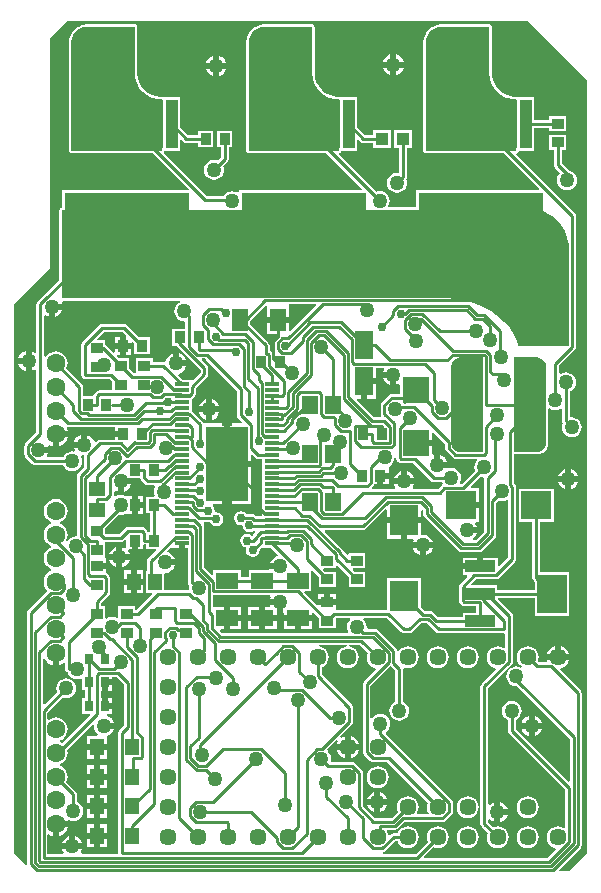
<source format=gtl>
G04 Layer_Physical_Order=1*
G04 Layer_Color=255*
%FSAX44Y44*%
%MOMM*%
G71*
G01*
G75*
%ADD10R,3.6100X6.3500*%
%ADD11R,1.2700X0.3048*%
%ADD12R,0.7000X0.9000*%
%ADD13R,1.3500X1.9000*%
%ADD14R,0.9000X1.0000*%
%ADD15R,2.4000X2.6000*%
%ADD16R,1.3500X1.5500*%
%ADD17R,1.0000X0.9000*%
%ADD18R,1.9000X1.3500*%
%ADD19R,1.4500X1.1500*%
%ADD20R,1.1500X1.4500*%
%ADD21R,2.6000X2.4000*%
%ADD22R,2.3000X2.3000*%
%ADD23R,1.5500X2.4000*%
%ADD24R,1.2192X1.4224*%
G04:AMPARAMS|DCode=25|XSize=2.7mm|YSize=8mm|CornerRadius=1.35mm|HoleSize=0mm|Usage=FLASHONLY|Rotation=0.000|XOffset=0mm|YOffset=0mm|HoleType=Round|Shape=RoundedRectangle|*
%AMROUNDEDRECTD25*
21,1,2.7000,5.3000,0,0,0.0*
21,1,0.0000,8.0000,0,0,0.0*
1,1,2.7000,0.0000,-2.6500*
1,1,2.7000,0.0000,-2.6500*
1,1,2.7000,0.0000,2.6500*
1,1,2.7000,0.0000,2.6500*
%
%ADD25ROUNDEDRECTD25*%
%ADD26R,10.6000X8.8000*%
%ADD27R,1.0500X4.1500*%
%ADD28R,1.1000X1.1000*%
%ADD29R,2.5000X3.3000*%
%ADD30R,2.5000X1.0000*%
%ADD31C,0.2540*%
%ADD32C,1.6002*%
%ADD33C,1.4478*%
%ADD34C,0.7620*%
%ADD35C,1.2700*%
%ADD36C,0.5080*%
G36*
X00964396Y00837079D02*
Y00833362D01*
X00964650Y00832086D01*
X00965372Y00831004D01*
X00971004Y00825372D01*
X00972086Y00824650D01*
X00973362Y00824396D01*
X00991836D01*
X00992267Y00823126D01*
X00992045Y00822955D01*
X00990706Y00821211D01*
X00989865Y00819180D01*
X00989578Y00817000D01*
X00989865Y00814820D01*
X00990228Y00813943D01*
X00978934Y00802649D01*
X00977943Y00802745D01*
X00977802Y00802970D01*
X00977341Y00803906D01*
X00978133Y00805819D01*
X00978420Y00807998D01*
X00978133Y00810178D01*
X00977292Y00812209D01*
X00975953Y00813954D01*
X00974209Y00815292D01*
X00972178Y00816133D01*
X00969998Y00816420D01*
X00967818Y00816133D01*
X00967664Y00816070D01*
X00967284Y00816460D01*
X00958000D01*
Y00819000D01*
X00955460D01*
Y00827570D01*
X00955096Y00827420D01*
X00954040Y00828125D01*
Y00834960D01*
X00940000D01*
Y00840040D01*
X00954040D01*
Y00845776D01*
X00955213Y00846262D01*
X00964396Y00837079D01*
D02*
G37*
G36*
X01044458Y00909807D02*
X01046282Y00909051D01*
X01047849Y00907849D01*
X01049051Y00906282D01*
X01049807Y00904458D01*
X01050000Y00902992D01*
Y00902500D01*
Y00837500D01*
Y00837008D01*
X01049807Y00835542D01*
X01049051Y00833718D01*
X01047849Y00832151D01*
X01046282Y00830949D01*
X01044458Y00830193D01*
X01042992Y00830000D01*
X01023000D01*
Y00910000D01*
X01042992D01*
X01044458Y00909807D01*
D02*
G37*
G36*
X00923150Y00823784D02*
X00923873Y00822702D01*
X00925202Y00821372D01*
X00926284Y00820650D01*
X00927560Y00820396D01*
X00937889D01*
X00952644Y00805641D01*
X00953726Y00804918D01*
X00955002Y00804664D01*
X00962341D01*
X00962704Y00803787D01*
X00962924Y00803501D01*
X00962444Y00802040D01*
X00961722Y00801557D01*
X00959039Y00798874D01*
X00937941D01*
X00937379Y00800013D01*
X00937765Y00800517D01*
X00938570Y00802460D01*
X00921430D01*
X00922235Y00800517D01*
X00922621Y00800013D01*
X00922059Y00798874D01*
X00903249D01*
X00902762Y00800047D01*
X00904358Y00801643D01*
X00904904Y00802460D01*
X00907460D01*
Y00810000D01*
X00910000D01*
Y00812540D01*
X00917040D01*
Y00817540D01*
X00917880Y00818462D01*
X00919382Y00819615D01*
X00920720Y00821359D01*
X00921562Y00823390D01*
X00921710Y00824514D01*
X00922996Y00824556D01*
X00923150Y00823784D01*
D02*
G37*
G36*
X00693126Y00633159D02*
Y00598605D01*
X00688643Y00594121D01*
X00687920Y00593040D01*
X00687666Y00591764D01*
Y00490751D01*
X00686881Y00489794D01*
X00656879D01*
X00656318Y00490933D01*
X00656765Y00491517D01*
X00657570Y00493460D01*
X00640430D01*
X00641235Y00491517D01*
X00641682Y00490933D01*
X00641121Y00489794D01*
X00628063D01*
Y00505601D01*
X00629202Y00506162D01*
X00629684Y00505793D01*
X00632248Y00504731D01*
X00632460Y00504703D01*
Y00515000D01*
X00635000D01*
Y00517540D01*
X00645302D01*
X00645771Y00518088D01*
X00646345Y00518474D01*
X00647819Y00517864D01*
X00649999Y00517577D01*
X00652178Y00517864D01*
X00654210Y00518705D01*
X00655954Y00520044D01*
X00657292Y00521788D01*
X00658134Y00523819D01*
X00658421Y00525999D01*
X00658134Y00528179D01*
X00657292Y00530210D01*
X00655954Y00531954D01*
X00654210Y00533293D01*
X00653333Y00533656D01*
Y00540001D01*
X00653079Y00541277D01*
X00652356Y00542359D01*
X00644035Y00550680D01*
X00644744Y00552389D01*
X00645087Y00555000D01*
X00644744Y00557611D01*
X00643736Y00560044D01*
X00642133Y00562133D01*
X00640044Y00563736D01*
X00638571Y00564346D01*
Y00565720D01*
X00640044Y00566330D01*
X00642133Y00567933D01*
X00643736Y00570023D01*
X00644744Y00572455D01*
X00645087Y00575066D01*
X00644744Y00577677D01*
X00644641Y00577926D01*
X00665910Y00599194D01*
X00667113Y00598601D01*
X00667033Y00598000D01*
X00667339Y00595679D01*
X00668235Y00593517D01*
X00669660Y00591660D01*
X00670621Y00590922D01*
X00670190Y00589652D01*
X00661124D01*
Y00582540D01*
X00669760D01*
X00678396D01*
Y00589370D01*
X00680483Y00590235D01*
X00682340Y00591660D01*
X00683765Y00593517D01*
X00684570Y00595460D01*
X00676000D01*
Y00600540D01*
X00684570D01*
X00683765Y00602483D01*
X00682340Y00604340D01*
X00680483Y00605765D01*
X00678321Y00606661D01*
X00678101Y00606690D01*
X00678185Y00607960D01*
X00683040D01*
Y00612460D01*
X00677000D01*
Y00615000D01*
X00674460D01*
Y00622040D01*
X00673334D01*
Y00627960D01*
X00674460D01*
Y00635000D01*
X00677000D01*
Y00637540D01*
X00683040D01*
Y00639666D01*
X00686619D01*
X00693126Y00633159D01*
D02*
G37*
G36*
X00997000Y00830000D02*
X00977008D01*
X00975542Y00830193D01*
X00973718Y00830949D01*
X00972151Y00832151D01*
X00970949Y00833718D01*
X00970193Y00835542D01*
X00970000Y00837008D01*
Y00837500D01*
Y00902500D01*
Y00902992D01*
X00970193Y00904458D01*
X00970949Y00906282D01*
X00972151Y00907849D01*
X00973718Y00909051D01*
X00975542Y00909807D01*
X00977008Y00910000D01*
X00977500Y00910000D01*
Y00910000D01*
X00997000D01*
Y00830000D01*
D02*
G37*
G36*
X01047612Y01034104D02*
X01054815Y01030026D01*
X01059244Y01026243D01*
X01063026Y01021815D01*
X01066069Y01016849D01*
X01068298Y01011469D01*
X01069657Y01005806D01*
X01070000Y01001454D01*
Y01000000D01*
X01070000D01*
X01070000Y00920000D01*
X01026782D01*
X01026414Y00921413D01*
X01025010Y00925565D01*
X01022553Y00930547D01*
X01019467Y00935166D01*
X01016192Y00938865D01*
X01015000Y00940000D01*
X01012373Y00942502D01*
X01003633Y00948984D01*
X00996507Y00952923D01*
X00988984Y00956039D01*
X00981160Y00958293D01*
X00973132Y00959657D01*
X00967034Y00959999D01*
X00965000Y00959999D01*
X00640000Y00960000D01*
Y01034270D01*
Y01034415D01*
X00640171Y01034828D01*
X00640584Y01035000D01*
X01045000D01*
X01047612Y01034104D01*
D02*
G37*
G36*
X00645700Y00850966D02*
X00684960D01*
Y00847540D01*
X00692000D01*
Y00842460D01*
X00684960D01*
Y00840494D01*
X00672154D01*
X00670878Y00840240D01*
X00669796Y00839518D01*
X00668736Y00838457D01*
X00667369Y00838887D01*
X00666667Y00840582D01*
X00665242Y00842439D01*
X00663385Y00843864D01*
X00661442Y00844669D01*
Y00836098D01*
X00658902D01*
Y00833558D01*
X00650331D01*
X00651136Y00831615D01*
X00651301Y00831400D01*
X00650614Y00830210D01*
X00649000Y00830422D01*
X00646820Y00830135D01*
X00644789Y00829294D01*
X00643045Y00827955D01*
X00641706Y00826211D01*
X00641343Y00825334D01*
X00628302D01*
X00627740Y00826473D01*
X00628080Y00826917D01*
X00628885Y00828860D01*
X00620315D01*
Y00833940D01*
X00628885D01*
X00628360Y00835207D01*
X00629403Y00836008D01*
X00629684Y00835792D01*
X00632248Y00834730D01*
X00632460Y00834703D01*
Y00845000D01*
X00635000D01*
Y00847540D01*
X00645298D01*
X00645270Y00847752D01*
X00644365Y00849937D01*
X00644957Y00850866D01*
X00645223Y00851061D01*
X00645700Y00850966D01*
D02*
G37*
G36*
X00913283Y00899547D02*
X00913235Y00899483D01*
X00912430Y00897540D01*
X00921000D01*
Y00895000D01*
X00923540D01*
Y00886430D01*
X00925230Y00887130D01*
X00926500Y00886592D01*
Y00878872D01*
X00919348D01*
X00918072Y00878618D01*
X00916990Y00877896D01*
X00911021Y00871926D01*
X00910298Y00870845D01*
X00910044Y00869569D01*
Y00862428D01*
X00910298Y00861152D01*
X00910791Y00860414D01*
X00910295Y00859144D01*
X00904571D01*
X00889678Y00874037D01*
X00890164Y00875210D01*
X00893460D01*
Y00889750D01*
X00896000D01*
Y00892290D01*
X00906290D01*
Y00900686D01*
X00912722D01*
X00913283Y00899547D01*
D02*
G37*
G36*
X00706666Y00808000D02*
X00706920Y00806724D01*
X00707643Y00805642D01*
X00710642Y00802643D01*
X00711724Y00801920D01*
X00713000Y00801666D01*
X00718502D01*
X00719045Y00800396D01*
X00718312Y00798627D01*
X00718025Y00796447D01*
X00718312Y00794268D01*
X00718725Y00793270D01*
X00717877Y00792000D01*
X00711500D01*
Y00778000D01*
X00714666D01*
Y00762000D01*
X00713135D01*
X00713080Y00762276D01*
X00712357Y00763357D01*
X00710358Y00765358D01*
X00709276Y00766080D01*
X00708000Y00766334D01*
X00696000D01*
X00694724Y00766080D01*
X00693643Y00765358D01*
X00688849Y00760564D01*
X00677151D01*
X00677000Y00760715D01*
Y00765285D01*
X00688490Y00776775D01*
X00689999Y00776576D01*
X00692178Y00776863D01*
X00693690Y00777489D01*
X00694960Y00777460D01*
X00694960Y00777460D01*
X00694960Y00777460D01*
X00699460D01*
Y00785000D01*
Y00792540D01*
X00694960D01*
X00694960Y00792540D01*
X00693690Y00792507D01*
X00692178Y00793133D01*
X00689999Y00793420D01*
X00687819Y00793133D01*
X00685817Y00792305D01*
X00685696Y00792353D01*
X00684668Y00793033D01*
X00684742Y00793408D01*
Y00796347D01*
X00686012Y00797027D01*
X00687459Y00796428D01*
Y00804998D01*
X00689999D01*
Y00807538D01*
X00699300D01*
X00699622Y00808000D01*
X00706666D01*
Y00808000D01*
D02*
G37*
G36*
X00637540Y00649703D02*
X00637752Y00649731D01*
X00640316Y00650793D01*
X00641776Y00651913D01*
X00643046Y00651287D01*
Y00646380D01*
X00643300Y00645104D01*
X00644023Y00644023D01*
X00645069Y00643323D01*
X00645705Y00641788D01*
X00647043Y00640043D01*
X00648788Y00638705D01*
X00650819Y00637864D01*
X00652999Y00637577D01*
X00655179Y00637864D01*
X00656230Y00638299D01*
X00657500Y00637451D01*
Y00628500D01*
X00659666D01*
Y00621500D01*
X00657500D01*
Y00608500D01*
X00664126D01*
X00664612Y00607327D01*
X00640634Y00583349D01*
X00640044Y00583802D01*
X00638571Y00584412D01*
Y00585787D01*
X00640044Y00586396D01*
X00642133Y00587999D01*
X00643736Y00590089D01*
X00644744Y00592521D01*
X00645087Y00595132D01*
X00644744Y00597743D01*
X00643736Y00600176D01*
X00642133Y00602265D01*
X00640044Y00603868D01*
X00637611Y00604876D01*
X00635000Y00605219D01*
X00632389Y00604876D01*
X00629956Y00603868D01*
X00629202Y00603289D01*
X00628063Y00603851D01*
Y00609348D01*
X00640942Y00622227D01*
X00641819Y00621864D01*
X00643999Y00621577D01*
X00646179Y00621864D01*
X00648210Y00622705D01*
X00649954Y00624044D01*
X00651292Y00625788D01*
X00652134Y00627819D01*
X00652421Y00629999D01*
X00652134Y00632178D01*
X00651292Y00634210D01*
X00649954Y00635954D01*
X00648210Y00637293D01*
X00646179Y00638134D01*
X00643999Y00638421D01*
X00641819Y00638134D01*
X00639788Y00637293D01*
X00638043Y00635954D01*
X00636705Y00634210D01*
X00635864Y00632178D01*
X00635577Y00629999D01*
X00635864Y00627819D01*
X00636227Y00626942D01*
X00625696Y00616412D01*
X00624523Y00616898D01*
Y00654430D01*
X00625792Y00654684D01*
X00627482Y00652482D01*
X00629684Y00650793D01*
X00632248Y00649731D01*
X00632460Y00649703D01*
Y00660000D01*
X00637540D01*
Y00649703D01*
D02*
G37*
G36*
X00744313Y00748436D02*
X00747059D01*
Y00719604D01*
X00747313Y00718328D01*
X00747947Y00717379D01*
X00747863Y00717178D01*
X00747576Y00714999D01*
X00747670Y00714289D01*
X00746833Y00713334D01*
X00726750D01*
Y00726951D01*
X00727460Y00727573D01*
X00729781Y00727879D01*
X00731943Y00728775D01*
X00733800Y00730200D01*
X00735225Y00732057D01*
X00736030Y00734000D01*
X00727460D01*
Y00739080D01*
X00736030D01*
X00735225Y00741023D01*
X00733800Y00742880D01*
X00731943Y00744305D01*
X00729781Y00745201D01*
X00729723Y00745209D01*
X00729315Y00746411D01*
X00731792Y00748888D01*
X00732883Y00748436D01*
Y00748436D01*
X00739233D01*
Y00752500D01*
X00744313D01*
Y00748436D01*
D02*
G37*
G36*
X00694960Y00755586D02*
Y00749068D01*
X00693821Y00748506D01*
X00693483Y00748765D01*
X00691540Y00749570D01*
Y00743540D01*
X00697570D01*
X00696765Y00745483D01*
X00696223Y00746190D01*
X00696849Y00747460D01*
X00699460D01*
Y00755000D01*
X00704540D01*
Y00747460D01*
X00709040D01*
Y00750878D01*
X00710000Y00751666D01*
X00711500D01*
Y00748000D01*
X00719814D01*
X00720300Y00746827D01*
X00713308Y00739835D01*
X00712586Y00738753D01*
X00712332Y00737477D01*
Y00729250D01*
X00711250D01*
Y00710750D01*
X00716376D01*
X00716862Y00709577D01*
X00703619Y00696334D01*
X00702000D01*
Y00699500D01*
X00688000D01*
Y00689586D01*
X00687673Y00689425D01*
X00686730Y00689079D01*
X00684830Y00689866D01*
X00682650Y00690153D01*
X00680470Y00689866D01*
X00678439Y00689025D01*
X00678139Y00688794D01*
X00677000Y00689356D01*
Y00699500D01*
X00673334D01*
Y00701619D01*
X00680358Y00708643D01*
X00681080Y00709724D01*
X00681334Y00711000D01*
Y00723000D01*
X00681080Y00724276D01*
X00680358Y00725358D01*
X00678357Y00727357D01*
X00677540Y00727904D01*
Y00730460D01*
X00670000D01*
Y00735540D01*
X00677540D01*
Y00740040D01*
X00677540D01*
X00677000Y00740500D01*
Y00753500D01*
X00678106Y00753896D01*
X00690230D01*
X00691506Y00754150D01*
X00692588Y00754873D01*
X00693787Y00756072D01*
X00694960Y00755586D01*
D02*
G37*
G36*
X00799560Y00708646D02*
X00816691D01*
X00816860Y00708304D01*
X00817190Y00707376D01*
X00816430Y00705540D01*
X00825000D01*
Y00703000D01*
X00827540D01*
Y00693652D01*
X00827960Y00693353D01*
Y00691540D01*
X00840000D01*
X00852040D01*
Y00693586D01*
X00853213Y00694072D01*
X00858000Y00689285D01*
Y00680500D01*
X00872000D01*
Y00689285D01*
X00872381Y00689666D01*
X00883979D01*
X00884410Y00688396D01*
X00884045Y00688115D01*
X00882706Y00686371D01*
X00881865Y00684340D01*
X00881578Y00682160D01*
X00881865Y00679980D01*
X00882626Y00678144D01*
X00882122Y00676874D01*
X00775841D01*
X00774178Y00678537D01*
X00774664Y00679710D01*
X00777460D01*
Y00689000D01*
Y00698290D01*
X00767960D01*
X00767952Y00699557D01*
Y00708418D01*
X00768230Y00708646D01*
X00790440D01*
X00790541Y00708666D01*
X00799459D01*
X00799560Y00708646D01*
D02*
G37*
G36*
X00761929Y00908552D02*
X00762182Y00908173D01*
X00788666Y00881689D01*
Y00861010D01*
X00788920Y00859734D01*
X00789642Y00858653D01*
X00792832Y00855463D01*
X00792346Y00854290D01*
X00784000D01*
Y00851750D01*
X00782540D01*
Y00822540D01*
X00800590D01*
Y00827036D01*
X00801763Y00827522D01*
X00804142Y00825143D01*
X00805224Y00824420D01*
X00806500Y00824166D01*
X00809877D01*
Y00813976D01*
Y00803976D01*
Y00793976D01*
Y00781564D01*
X00809337D01*
Y00775834D01*
X00804476D01*
X00803874Y00776436D01*
X00802793Y00777159D01*
X00801517Y00777412D01*
X00796705D01*
X00796187Y00778187D01*
X00794265Y00779471D01*
X00791998Y00779922D01*
X00789732Y00779471D01*
X00787810Y00778187D01*
X00786525Y00776265D01*
X00786075Y00773998D01*
X00786525Y00771731D01*
X00787810Y00769810D01*
X00789732Y00768526D01*
X00791998Y00768075D01*
X00793267Y00767032D01*
X00793525Y00765732D01*
X00794810Y00763810D01*
X00796731Y00762526D01*
X00798998Y00762075D01*
X00801265Y00762526D01*
X00802800Y00763551D01*
X00803479Y00763419D01*
X00803911Y00762218D01*
X00803891Y00762034D01*
X00803181Y00761324D01*
X00802458Y00760242D01*
X00802384Y00759868D01*
X00801657Y00759141D01*
X00801187Y00759187D01*
X00799265Y00760471D01*
X00796998Y00760922D01*
X00794732Y00760471D01*
X00792810Y00759187D01*
X00791525Y00757265D01*
X00791075Y00754998D01*
X00791525Y00752731D01*
X00792810Y00750810D01*
X00794732Y00749526D01*
X00796508Y00749172D01*
X00796076Y00747000D01*
X00796527Y00744733D01*
X00797811Y00742811D01*
X00799733Y00741527D01*
X00802000Y00741076D01*
X00804267Y00741527D01*
X00806189Y00742811D01*
X00807473Y00744733D01*
X00807924Y00747000D01*
X00807822Y00747509D01*
X00808794Y00748481D01*
X00809877Y00748976D01*
Y00748976D01*
X00809877Y00748976D01*
X00817036D01*
X00823141Y00742871D01*
X00822733Y00741668D01*
X00822679Y00741661D01*
X00820517Y00740765D01*
X00818660Y00739340D01*
X00817235Y00737483D01*
X00816430Y00735540D01*
X00825000D01*
Y00730460D01*
X00815953D01*
X00815520Y00729750D01*
X00798500D01*
Y00724334D01*
X00791500D01*
Y00729750D01*
X00768500D01*
Y00726068D01*
X00767327Y00725582D01*
X00760807Y00732102D01*
Y00767533D01*
X00760553Y00768809D01*
X00760215Y00769316D01*
X00760893Y00770586D01*
X00765625D01*
X00766811Y00768811D01*
X00768733Y00767527D01*
X00771000Y00767076D01*
X00773267Y00767527D01*
X00775189Y00768811D01*
X00776473Y00770733D01*
X00776924Y00773000D01*
X00776473Y00775267D01*
X00775189Y00777189D01*
X00773267Y00778473D01*
X00771000Y00778924D01*
X00770778Y00778880D01*
X00769880Y00779778D01*
X00769924Y00780000D01*
X00769473Y00782267D01*
X00768189Y00784189D01*
X00767813Y00784440D01*
X00768198Y00785710D01*
X00776000D01*
Y00788250D01*
X00777460D01*
Y00820000D01*
Y00851750D01*
X00776000D01*
Y00854290D01*
X00760148D01*
X00760080Y00854633D01*
X00759358Y00855715D01*
X00750214Y00864858D01*
X00750123Y00864919D01*
Y00875081D01*
X00750214Y00875142D01*
X00752750Y00877678D01*
X00753473Y00878760D01*
X00753727Y00880036D01*
Y00883655D01*
X00763357Y00893285D01*
X00764080Y00894367D01*
X00764334Y00895643D01*
Y00900987D01*
X00764080Y00902263D01*
X00763357Y00903345D01*
X00758750Y00907953D01*
X00759236Y00909126D01*
X00761355D01*
X00761929Y00908552D01*
D02*
G37*
G36*
X01018286Y00789122D02*
Y00740791D01*
X01010713Y00733218D01*
X01009540Y00733704D01*
Y00740540D01*
X00997040D01*
Y00733000D01*
X00994500D01*
Y00730460D01*
X00979460D01*
Y00725460D01*
X00982875D01*
X00983361Y00724286D01*
X00977372Y00718298D01*
X00976650Y00717216D01*
X00976396Y00715940D01*
Y00704060D01*
X00976650Y00702784D01*
X00977372Y00701702D01*
X00978702Y00700373D01*
X00979784Y00699650D01*
X00981060Y00699396D01*
X00991166D01*
Y00694000D01*
X00980000D01*
Y00690334D01*
X00958578D01*
X00954394Y00694518D01*
X00953313Y00695240D01*
X00952037Y00695494D01*
X00947131D01*
X00943930Y00698695D01*
Y00722980D01*
X00915930D01*
Y00696334D01*
X00872540D01*
Y00700460D01*
X00865000D01*
X00856363D01*
X00856287Y00700428D01*
X00845638Y00711077D01*
X00846124Y00712250D01*
X00851500D01*
Y00728989D01*
X00852770Y00729515D01*
X00858000Y00724285D01*
Y00715500D01*
X00872000D01*
Y00728500D01*
X00863215D01*
X00861388Y00730327D01*
X00861874Y00731500D01*
X00872000D01*
Y00733626D01*
X00873173Y00734112D01*
X00883000Y00724285D01*
Y00715500D01*
X00897000D01*
Y00728500D01*
X00888215D01*
X00886388Y00730327D01*
X00886874Y00731500D01*
X00897000D01*
Y00744500D01*
X00883000D01*
Y00743374D01*
X00881827Y00742888D01*
X00878979Y00745736D01*
X00878890Y00746182D01*
X00878168Y00747264D01*
X00862939Y00762493D01*
X00863425Y00763666D01*
X00895000D01*
X00896276Y00763920D01*
X00897357Y00764642D01*
X00914217Y00781502D01*
X00915390Y00781016D01*
Y00774520D01*
X00929930D01*
Y00771980D01*
D01*
Y00774520D01*
X00944470D01*
Y00780112D01*
X00945740Y00780752D01*
X00946126Y00780467D01*
Y00777534D01*
X00946380Y00776258D01*
X00947103Y00775176D01*
X00976176Y00746103D01*
X00977258Y00745380D01*
X00978534Y00745126D01*
X00993466D01*
X00994742Y00745380D01*
X00995824Y00746103D01*
X01006898Y00757176D01*
X01007620Y00758258D01*
X01007874Y00759534D01*
Y00787159D01*
X01009943Y00789228D01*
X01010820Y00788865D01*
X01013000Y00788578D01*
X01015180Y00788865D01*
X01017016Y00789625D01*
X01018286Y00789122D01*
D02*
G37*
G36*
X00899248Y00659937D02*
X00898699Y00658612D01*
X00898381Y00656200D01*
X00898699Y00653788D01*
X00899630Y00651541D01*
X00901111Y00649611D01*
X00903041Y00648130D01*
X00905288Y00647199D01*
X00905759Y00647137D01*
X00906167Y00645934D01*
X00895834Y00635601D01*
X00895111Y00634519D01*
X00894857Y00633243D01*
Y00576061D01*
X00895111Y00574785D01*
X00895834Y00573704D01*
X00901404Y00568133D01*
X00902485Y00567411D01*
X00903761Y00567157D01*
X00915828D01*
X00950048Y00532937D01*
X00949499Y00531612D01*
X00949181Y00529200D01*
X00949499Y00526788D01*
X00950430Y00524540D01*
X00950719Y00524164D01*
X00950157Y00523025D01*
X00941443D01*
X00940881Y00524164D01*
X00941170Y00524540D01*
X00942101Y00526788D01*
X00942419Y00529200D01*
X00942101Y00531612D01*
X00941170Y00533859D01*
X00939689Y00535789D01*
X00937759Y00537270D01*
X00935512Y00538201D01*
X00933100Y00538519D01*
X00930688Y00538201D01*
X00928441Y00537270D01*
X00926511Y00535789D01*
X00925030Y00533859D01*
X00924099Y00531612D01*
X00923781Y00529200D01*
X00924099Y00526788D01*
X00924648Y00525463D01*
X00919519Y00520334D01*
X00905381D01*
X00895143Y00530572D01*
Y00558539D01*
X00894889Y00559814D01*
X00894166Y00560896D01*
X00888596Y00566466D01*
X00887515Y00567189D01*
X00886239Y00567443D01*
X00869272D01*
X00868253Y00568713D01*
X00868422Y00570000D01*
X00868135Y00572180D01*
X00867294Y00574211D01*
X00865955Y00575955D01*
X00865221Y00576519D01*
X00865110Y00578205D01*
X00873213Y00586307D01*
X00874170Y00585468D01*
X00873758Y00584931D01*
X00872773Y00582553D01*
X00872771Y00582540D01*
X00879760D01*
Y00589529D01*
X00879747Y00589527D01*
X00877368Y00588542D01*
X00876832Y00588130D01*
X00875992Y00589087D01*
X00885977Y00599072D01*
X00886700Y00600154D01*
X00886954Y00601429D01*
Y00613571D01*
X00886700Y00614846D01*
X00885977Y00615928D01*
X00860234Y00641672D01*
Y00647581D01*
X00861559Y00648130D01*
X00863489Y00649611D01*
X00864970Y00651541D01*
X00865901Y00653788D01*
X00866219Y00656200D01*
X00865901Y00658612D01*
X00864970Y00660859D01*
X00863489Y00662789D01*
X00861559Y00664270D01*
X00859312Y00665201D01*
X00857831Y00665396D01*
X00857915Y00666666D01*
X00881285D01*
X00881368Y00665396D01*
X00879888Y00665201D01*
X00877641Y00664270D01*
X00875711Y00662789D01*
X00874230Y00660859D01*
X00873299Y00658612D01*
X00872981Y00656200D01*
X00873299Y00653788D01*
X00874230Y00651541D01*
X00875711Y00649611D01*
X00877641Y00648130D01*
X00879888Y00647199D01*
X00882300Y00646881D01*
X00884712Y00647199D01*
X00886959Y00648130D01*
X00888889Y00649611D01*
X00890370Y00651541D01*
X00891301Y00653788D01*
X00891619Y00656200D01*
X00891301Y00658612D01*
X00890370Y00660859D01*
X00888889Y00662789D01*
X00886959Y00664270D01*
X00884712Y00665201D01*
X00883232Y00665396D01*
X00883315Y00666666D01*
X00892519D01*
X00899248Y00659937D01*
D02*
G37*
G36*
X00995820Y00808865D02*
X00997023Y00808707D01*
X00997666Y00807810D01*
Y00762381D01*
X00990619Y00755334D01*
X00988396D01*
X00987965Y00756604D01*
X00989340Y00757660D01*
X00990765Y00759517D01*
X00991570Y00761460D01*
X00983000D01*
Y00766540D01*
X00991570D01*
X00990765Y00768483D01*
X00990277Y00769120D01*
X00990903Y00770390D01*
X00993560D01*
Y00782390D01*
X00978020D01*
Y00787470D01*
X00993560D01*
Y00799470D01*
X00986844D01*
X00986358Y00800643D01*
X00994943Y00809228D01*
X00995820Y00808865D01*
D02*
G37*
G36*
X00740495Y00957961D02*
X00740747Y00956691D01*
X00739789Y00956294D01*
X00738045Y00954955D01*
X00736706Y00953211D01*
X00735865Y00951180D01*
X00735578Y00949000D01*
X00735865Y00946820D01*
X00736706Y00944789D01*
X00738045Y00943045D01*
X00739789Y00941706D01*
X00741820Y00940865D01*
X00744000Y00940578D01*
X00744666Y00939994D01*
Y00934000D01*
X00733500D01*
Y00920000D01*
X00737324D01*
X00737428Y00919844D01*
X00757666Y00899606D01*
Y00897024D01*
X00751214Y00890572D01*
X00750123Y00891024D01*
Y00891024D01*
X00742964D01*
X00738859Y00895129D01*
X00739267Y00896332D01*
X00739321Y00896339D01*
X00741483Y00897235D01*
X00743340Y00898660D01*
X00744765Y00900517D01*
X00745570Y00902460D01*
X00737000D01*
Y00905000D01*
X00734460D01*
Y00913570D01*
X00732517Y00912765D01*
X00730660Y00911340D01*
X00729235Y00909483D01*
X00728339Y00907321D01*
X00728296Y00906992D01*
X00726911Y00906207D01*
X00726273Y00906334D01*
X00717000D01*
Y00909500D01*
X00703000D01*
Y00897104D01*
X00700611D01*
X00697000Y00900715D01*
Y00909500D01*
X00688215D01*
X00686428Y00911287D01*
X00686914Y00912460D01*
X00689460D01*
Y00917460D01*
X00684960D01*
Y00914414D01*
X00683787Y00913928D01*
X00677357Y00920358D01*
X00677000Y00920596D01*
Y00924500D01*
X00670164D01*
X00669678Y00925673D01*
X00675671Y00931666D01*
X00691619D01*
X00694572Y00928714D01*
X00694540Y00928637D01*
Y00922540D01*
X00699040D01*
Y00922586D01*
X00700213Y00923072D01*
X00701500Y00921785D01*
Y00913000D01*
X00714500D01*
Y00927000D01*
X00705715D01*
X00695358Y00937357D01*
X00694276Y00938080D01*
X00693000Y00938334D01*
X00674290D01*
X00673014Y00938080D01*
X00671932Y00937358D01*
X00657643Y00923068D01*
X00656920Y00921986D01*
X00656666Y00920710D01*
Y00895000D01*
X00656920Y00893724D01*
X00657643Y00892643D01*
X00658724Y00891920D01*
X00660000Y00891666D01*
X00680619D01*
X00683000Y00889285D01*
Y00882040D01*
X00671706D01*
X00670430Y00881786D01*
X00669349Y00881064D01*
X00667643Y00879358D01*
X00666920Y00878276D01*
X00666666Y00877000D01*
X00658334D01*
Y00885066D01*
X00658080Y00886342D01*
X00657358Y00887423D01*
X00644035Y00900746D01*
X00644744Y00902455D01*
X00645087Y00905066D01*
X00644744Y00907677D01*
X00643736Y00910110D01*
X00642133Y00912199D01*
X00640044Y00913802D01*
X00637611Y00914810D01*
X00635000Y00915153D01*
X00632389Y00914810D01*
X00629956Y00913802D01*
X00627867Y00912199D01*
X00626604Y00910553D01*
X00625334Y00910984D01*
Y00945309D01*
X00626604Y00945935D01*
X00627517Y00945235D01*
X00629460Y00944430D01*
Y00953000D01*
X00632000D01*
Y00955540D01*
X00640570D01*
X00640094Y00956691D01*
X00640942Y00957961D01*
X00740495Y00957961D01*
D02*
G37*
G36*
X00855799Y00954113D02*
X00847938Y00946252D01*
X00847881Y00946240D01*
X00846800Y00945518D01*
X00833463Y00932181D01*
X00832290Y00932667D01*
Y00939460D01*
X00823000D01*
X00813710D01*
Y00929960D01*
X00824118D01*
X00824503Y00928690D01*
X00824122Y00928436D01*
X00820561Y00924874D01*
X00819838Y00923792D01*
X00819584Y00922517D01*
Y00917480D01*
X00819838Y00916204D01*
X00820561Y00915122D01*
X00820970Y00914713D01*
X00820484Y00913540D01*
X00818656D01*
X00818196Y00914229D01*
X00816798Y00915628D01*
X00816104Y00916091D01*
Y00920230D01*
X00815850Y00921506D01*
X00815127Y00922588D01*
X00799750Y00937965D01*
Y00941035D01*
X00812440Y00953725D01*
X00813710Y00953199D01*
Y00944540D01*
X00823000D01*
X00832290D01*
Y00954040D01*
X00832290D01*
X00832348Y00955286D01*
X00855313D01*
X00855799Y00954113D01*
D02*
G37*
G36*
X00852184Y01151252D02*
Y01150131D01*
X00852514Y01146779D01*
X00853819Y01142478D01*
X00855937Y01138514D01*
X00858788Y01135040D01*
X00862263Y01132189D01*
X00866226Y01130070D01*
X00872753Y01128436D01*
X00875000D01*
Y01085000D01*
X00798303D01*
Y01176232D01*
Y01177134D01*
X00798657Y01179826D01*
X00800045Y01183175D01*
X00802252Y01186051D01*
X00805128Y01188258D01*
X00808477Y01189646D01*
X00811169Y01190000D01*
X00852184D01*
Y01151252D01*
D02*
G37*
G36*
X00702184D02*
Y01150131D01*
X00702514Y01146779D01*
X00703819Y01142478D01*
X00705937Y01138514D01*
X00708788Y01135040D01*
X00712263Y01132189D01*
X00716226Y01130070D01*
X00722753Y01128436D01*
X00725000D01*
Y01085000D01*
X00648303D01*
Y01176232D01*
Y01177134D01*
X00648657Y01179826D01*
X00650045Y01183175D01*
X00652252Y01186051D01*
X00655128Y01188258D01*
X00658477Y01189646D01*
X00661169Y01190000D01*
X00702184D01*
Y01151252D01*
D02*
G37*
G36*
X01085000Y01145000D02*
X01085000Y00490000D01*
X01070000Y00475000D01*
X01061387D01*
X01060901Y00476173D01*
X01079437Y00494710D01*
X01080160Y00495792D01*
X01080414Y00497067D01*
Y00625772D01*
X01080160Y00627048D01*
X01079437Y00628130D01*
X01062114Y00645453D01*
X01062523Y00646655D01*
X01062653Y00646673D01*
X01065032Y00647658D01*
X01067074Y00649225D01*
X01068642Y00651268D01*
X01069627Y00653647D01*
X01069629Y00653660D01*
X01060100D01*
X01050571D01*
X01050573Y00653647D01*
X01050836Y00653010D01*
X01050131Y00651954D01*
X01044303D01*
X01043428Y00653127D01*
X01043701Y00653788D01*
X01044019Y00656200D01*
X01043701Y00658612D01*
X01042770Y00660859D01*
X01041289Y00662789D01*
X01039359Y00664270D01*
X01037112Y00665201D01*
X01034700Y00665519D01*
X01032288Y00665201D01*
X01030041Y00664270D01*
X01028111Y00662789D01*
X01026630Y00660859D01*
X01025699Y00658612D01*
X01025381Y00656200D01*
X01025699Y00653788D01*
X01026630Y00651541D01*
X01028111Y00649611D01*
X01029488Y00648554D01*
X01028847Y00647444D01*
X01027180Y00648135D01*
X01025000Y00648422D01*
X01022820Y00648135D01*
X01020789Y00647294D01*
X01019045Y00645955D01*
X01017706Y00644211D01*
X01016865Y00642180D01*
X01016578Y00640000D01*
X01016865Y00637820D01*
X01017706Y00635789D01*
X01019045Y00634045D01*
X01020789Y00632706D01*
X01022820Y00631865D01*
X01025000Y00631578D01*
X01025793Y00631682D01*
X01070206Y00587270D01*
Y00551169D01*
X01069033Y00550682D01*
X01024334Y00595381D01*
Y00603343D01*
X01025211Y00603706D01*
X01026955Y00605045D01*
X01028294Y00606789D01*
X01029135Y00608820D01*
X01029422Y00611000D01*
X01029135Y00613180D01*
X01028294Y00615211D01*
X01026955Y00616955D01*
X01025211Y00618294D01*
X01023180Y00619135D01*
X01021000Y00619422D01*
X01018820Y00619135D01*
X01016789Y00618294D01*
X01015045Y00616955D01*
X01013706Y00615211D01*
X01012865Y00613180D01*
X01012578Y00611000D01*
X01012865Y00608820D01*
X01013706Y00606789D01*
X01015045Y00605045D01*
X01016789Y00603706D01*
X01017666Y00603343D01*
Y00594000D01*
X01017920Y00592724D01*
X01018643Y00591642D01*
X01066275Y00544010D01*
Y00512143D01*
X01065136Y00511581D01*
X01064759Y00511870D01*
X01062512Y00512801D01*
X01060100Y00513119D01*
X01057688Y00512801D01*
X01055441Y00511870D01*
X01053511Y00510389D01*
X01052030Y00508459D01*
X01051099Y00506212D01*
X01050781Y00503800D01*
X01051099Y00501388D01*
X01052030Y00499141D01*
X01053511Y00497211D01*
X01055441Y00495730D01*
X01057688Y00494799D01*
X01058159Y00494737D01*
X01058567Y00493534D01*
X01051287Y00486254D01*
X00947329D01*
X00946843Y00487427D01*
X00954763Y00495348D01*
X00956088Y00494799D01*
X00958500Y00494481D01*
X00960912Y00494799D01*
X00963159Y00495730D01*
X00965089Y00497211D01*
X00966570Y00499141D01*
X00967501Y00501388D01*
X00967819Y00503800D01*
X00967501Y00506212D01*
X00966570Y00508459D01*
X00965089Y00510389D01*
X00963159Y00511870D01*
X00960912Y00512801D01*
X00958500Y00513119D01*
X00956088Y00512801D01*
X00953841Y00511870D01*
X00951911Y00510389D01*
X00950430Y00508459D01*
X00949499Y00506212D01*
X00949181Y00503800D01*
X00949499Y00501388D01*
X00950048Y00500063D01*
X00939779Y00489794D01*
X00912303D01*
X00912178Y00491064D01*
X00912915Y00491211D01*
X00913996Y00491933D01*
X00922529Y00500466D01*
X00924481D01*
X00925030Y00499141D01*
X00926511Y00497211D01*
X00928441Y00495730D01*
X00930688Y00494799D01*
X00933100Y00494481D01*
X00935512Y00494799D01*
X00937759Y00495730D01*
X00939689Y00497211D01*
X00941170Y00499141D01*
X00942101Y00501388D01*
X00942419Y00503800D01*
X00942101Y00506212D01*
X00941170Y00508459D01*
X00939689Y00510389D01*
X00937759Y00511870D01*
X00935512Y00512801D01*
X00933100Y00513119D01*
X00930688Y00512801D01*
X00928441Y00511870D01*
X00926511Y00510389D01*
X00925030Y00508459D01*
X00924481Y00507134D01*
X00921148D01*
X00919872Y00506880D01*
X00918790Y00506157D01*
X00917966Y00505333D01*
X00916763Y00505741D01*
X00916701Y00506212D01*
X00915770Y00508459D01*
X00915365Y00508987D01*
X00915927Y00510126D01*
X00922366D01*
X00923642Y00510380D01*
X00924724Y00511102D01*
X00929978Y00516357D01*
X00962439D01*
X00963715Y00516611D01*
X00964796Y00517333D01*
X00970367Y00522904D01*
X00971089Y00523985D01*
X00971343Y00525261D01*
Y00533139D01*
X00971089Y00534414D01*
X00970367Y00535496D01*
X00914338Y00591525D01*
X00914630Y00593028D01*
X00915954Y00594044D01*
X00917292Y00595788D01*
X00918133Y00597819D01*
X00918420Y00599999D01*
X00918133Y00602179D01*
X00917292Y00604210D01*
X00915954Y00605954D01*
X00914209Y00607293D01*
X00912178Y00608134D01*
X00909998Y00608421D01*
X00907818Y00608134D01*
X00905787Y00607293D01*
X00904043Y00605954D01*
X00902795Y00604328D01*
X00902398Y00604332D01*
X00901525Y00604681D01*
Y00631862D01*
X00918554Y00648891D01*
X00922666Y00644779D01*
Y00618657D01*
X00921789Y00618294D01*
X00920045Y00616955D01*
X00918706Y00615211D01*
X00917865Y00613180D01*
X00917578Y00611000D01*
X00917865Y00608820D01*
X00918706Y00606789D01*
X00920045Y00605045D01*
X00921789Y00603706D01*
X00923820Y00602865D01*
X00926000Y00602578D01*
X00928180Y00602865D01*
X00930211Y00603706D01*
X00931955Y00605045D01*
X00933294Y00606789D01*
X00934135Y00608820D01*
X00934422Y00611000D01*
X00934135Y00613180D01*
X00933294Y00615211D01*
X00931955Y00616955D01*
X00930211Y00618294D01*
X00929334Y00618657D01*
Y00646160D01*
X00929285Y00646405D01*
X00930398Y00647319D01*
X00930688Y00647199D01*
X00933100Y00646881D01*
X00935512Y00647199D01*
X00937759Y00648130D01*
X00939689Y00649611D01*
X00941170Y00651541D01*
X00942101Y00653788D01*
X00942419Y00656200D01*
X00942101Y00658612D01*
X00941170Y00660859D01*
X00939689Y00662789D01*
X00937759Y00664270D01*
X00935512Y00665201D01*
X00933100Y00665519D01*
X00930688Y00665201D01*
X00928441Y00664270D01*
X00926511Y00662789D01*
X00925353Y00661281D01*
X00924305Y00661548D01*
X00924066Y00661690D01*
X00923829Y00662881D01*
X00923107Y00663962D01*
X00907631Y00679437D01*
X00906550Y00680160D01*
X00905274Y00680414D01*
X00899155D01*
X00898318Y00681369D01*
X00898422Y00682160D01*
X00898135Y00684340D01*
X00897294Y00686371D01*
X00895955Y00688115D01*
X00895590Y00688396D01*
X00896021Y00689666D01*
X00915319D01*
X00927612Y00677372D01*
X00928694Y00676650D01*
X00929970Y00676396D01*
X00934539D01*
X00935815Y00676650D01*
X00936897Y00677372D01*
X00944810Y00685286D01*
X00949190D01*
X00957103Y00677372D01*
X00958185Y00676650D01*
X00959461Y00676396D01*
X01014730D01*
X01015475Y00675784D01*
Y00664543D01*
X01014336Y00663981D01*
X01013959Y00664270D01*
X01011712Y00665201D01*
X01009300Y00665519D01*
X01006888Y00665201D01*
X01004641Y00664270D01*
X01002711Y00662789D01*
X01001230Y00660859D01*
X01000299Y00658612D01*
X00999981Y00656200D01*
X01000299Y00653788D01*
X01001230Y00651541D01*
X01002711Y00649611D01*
X01004641Y00648130D01*
X01006888Y00647199D01*
X01007359Y00647137D01*
X01007767Y00645934D01*
X00995642Y00633810D01*
X00994920Y00632728D01*
X00994666Y00631452D01*
Y00515100D01*
X00994920Y00513824D01*
X00995642Y00512742D01*
X01000848Y00507537D01*
X01000299Y00506212D01*
X00999981Y00503800D01*
X01000299Y00501388D01*
X01001230Y00499141D01*
X01002711Y00497211D01*
X01004641Y00495730D01*
X01006888Y00494799D01*
X01009300Y00494481D01*
X01011712Y00494799D01*
X01013959Y00495730D01*
X01015889Y00497211D01*
X01017370Y00499141D01*
X01018301Y00501388D01*
X01018619Y00503800D01*
X01018301Y00506212D01*
X01017370Y00508459D01*
X01015889Y00510389D01*
X01013959Y00511870D01*
X01011712Y00512801D01*
X01009300Y00513119D01*
X01006888Y00512801D01*
X01005563Y00512252D01*
X01001334Y00516481D01*
Y00518411D01*
X01002537Y00518820D01*
X01002660Y00518660D01*
X01004517Y00517235D01*
X01006460Y00516430D01*
Y00525000D01*
Y00533570D01*
X01004517Y00532765D01*
X01002660Y00531340D01*
X01002537Y00531180D01*
X01001334Y00531589D01*
Y00630071D01*
X01021167Y00649904D01*
X01021889Y00650985D01*
X01022143Y00652261D01*
Y00691191D01*
X01021889Y00692467D01*
X01021167Y00693549D01*
X01009319Y00705396D01*
X01009770Y00706666D01*
X01041000D01*
Y00691500D01*
X01070000D01*
Y00728500D01*
X01045354D01*
Y00770930D01*
X01057020D01*
Y00798930D01*
X01027020D01*
Y00770930D01*
X01038686D01*
Y00723480D01*
X01038940Y00722204D01*
X01039662Y00721123D01*
X01041000Y00719785D01*
Y00713334D01*
X01009000D01*
Y00717000D01*
X00987164D01*
X00986678Y00718173D01*
X00990900Y00722396D01*
X01007940D01*
X01009216Y00722650D01*
X01010298Y00723372D01*
X01023978Y00737052D01*
X01024700Y00738134D01*
X01024954Y00739410D01*
Y00800571D01*
X01024700Y00801846D01*
X01023978Y00802928D01*
X01023334Y00803571D01*
Y00827961D01*
X01036136D01*
X01036500Y00827925D01*
X01036864Y00827961D01*
X01042992D01*
X01043123Y00827987D01*
X01043258Y00827978D01*
X01044724Y00828171D01*
X01044977Y00828257D01*
X01045238Y00828309D01*
X01047063Y00829065D01*
X01047285Y00829213D01*
X01047524Y00829331D01*
X01049090Y00830533D01*
X01049266Y00830734D01*
X01049467Y00830910D01*
X01050669Y00832476D01*
X01050787Y00832715D01*
X01050935Y00832937D01*
X01051691Y00834762D01*
X01051743Y00835023D01*
X01051829Y00835276D01*
X01052022Y00836742D01*
X01052013Y00836877D01*
X01052039Y00837008D01*
Y00843136D01*
X01052075Y00843500D01*
Y00866582D01*
X01053214Y00867144D01*
X01053787Y00866704D01*
X01055818Y00865863D01*
X01057998Y00865576D01*
X01060178Y00865863D01*
X01062209Y00866704D01*
X01062527Y00866949D01*
X01063666Y00866387D01*
Y00856000D01*
X01063920Y00854724D01*
X01064281Y00854184D01*
X01063865Y00853180D01*
X01063578Y00851000D01*
X01063865Y00848820D01*
X01064706Y00846789D01*
X01066045Y00845045D01*
X01067789Y00843706D01*
X01069820Y00842865D01*
X01072000Y00842578D01*
X01074180Y00842865D01*
X01076211Y00843706D01*
X01077955Y00845045D01*
X01079294Y00846789D01*
X01080135Y00848820D01*
X01080422Y00851000D01*
X01080135Y00853180D01*
X01079294Y00855211D01*
X01077955Y00856955D01*
X01076211Y00858294D01*
X01074180Y00859135D01*
X01072000Y00859422D01*
X01071289Y00859328D01*
X01070334Y00860166D01*
Y00881343D01*
X01071211Y00881706D01*
X01072955Y00883045D01*
X01074294Y00884789D01*
X01075135Y00886820D01*
X01075422Y00889000D01*
X01075135Y00891180D01*
X01074294Y00893211D01*
X01072955Y00894955D01*
X01071211Y00896294D01*
X01069180Y00897135D01*
X01067000Y00897422D01*
X01064820Y00897135D01*
X01062789Y00896294D01*
X01062471Y00896050D01*
X01061332Y00896611D01*
Y00903407D01*
X01074628Y00916702D01*
X01075350Y00917784D01*
X01075604Y00919060D01*
Y01029730D01*
X01075350Y01031006D01*
X01074628Y01032088D01*
X01024938Y01081777D01*
X01025459Y01083052D01*
X01025780Y01083116D01*
X01026442Y01083558D01*
X01026884Y01084220D01*
X01026989Y01084750D01*
X01040350D01*
Y01104666D01*
X01053000D01*
Y01101500D01*
X01067000D01*
Y01114500D01*
X01053000D01*
Y01111334D01*
X01040350D01*
Y01130250D01*
X01025885D01*
X01025780Y01130320D01*
X01025000Y01130475D01*
X01023004D01*
X01016966Y01131987D01*
X01013401Y01133893D01*
X01010237Y01136489D01*
X01007641Y01139653D01*
X01005712Y01143262D01*
X01004524Y01147179D01*
X01004223Y01150231D01*
Y01190000D01*
X01004068Y01190780D01*
X01003626Y01191442D01*
X01002964Y01191884D01*
X01002184Y01192039D01*
X00961169D01*
X00961037Y01192013D01*
X00960902Y01192022D01*
X00958211Y01191667D01*
X00957958Y01191582D01*
X00957697Y01191530D01*
X00954347Y01190142D01*
X00954125Y01189994D01*
X00953886Y01189876D01*
X00951010Y01187669D01*
X00950834Y01187469D01*
X00950634Y01187293D01*
X00948427Y01184417D01*
X00948309Y01184177D01*
X00948161Y01183956D01*
X00946773Y01180606D01*
X00946721Y01180345D01*
X00946636Y01180092D01*
X00946281Y01177400D01*
X00946290Y01177266D01*
X00946264Y01177134D01*
Y01176232D01*
Y01085000D01*
X00946419Y01084220D01*
X00946861Y01083558D01*
X00947523Y01083116D01*
X00948303Y01082961D01*
X01014324D01*
X01044612Y01052673D01*
X01044126Y01051500D01*
X00940000D01*
Y01037039D01*
X00917246D01*
X00917082Y01037373D01*
X00916742Y01038309D01*
X00917534Y01040219D01*
X00917821Y01042398D01*
X00917534Y01044578D01*
X00916692Y01046609D01*
X00915354Y01048354D01*
X00913609Y01049692D01*
X00911578Y01050534D01*
X00909398Y01050820D01*
X00907219Y01050534D01*
X00906342Y01050170D01*
X00874685Y01081827D01*
X00875290Y01083018D01*
X00875780Y01083116D01*
X00876442Y01083558D01*
X00876884Y01084220D01*
X00876990Y01084750D01*
X00890350D01*
Y01093876D01*
X00891523Y01094362D01*
X00893242Y01092643D01*
X00894324Y01091920D01*
X00895600Y01091666D01*
X00903500D01*
Y01087500D01*
X00918500D01*
Y01102500D01*
X00903500D01*
Y01098334D01*
X00896981D01*
X00890350Y01104965D01*
Y01130250D01*
X00875885D01*
X00875780Y01130320D01*
X00875000Y01130475D01*
X00873004D01*
X00866966Y01131987D01*
X00863401Y01133893D01*
X00860237Y01136489D01*
X00857641Y01139653D01*
X00855712Y01143262D01*
X00854524Y01147179D01*
X00854223Y01150231D01*
Y01190000D01*
X00854068Y01190780D01*
X00853626Y01191442D01*
X00852964Y01191884D01*
X00852184Y01192039D01*
X00811169D01*
X00811037Y01192013D01*
X00810902Y01192022D01*
X00808211Y01191667D01*
X00807958Y01191582D01*
X00807697Y01191530D01*
X00804347Y01190142D01*
X00804125Y01189994D01*
X00803886Y01189876D01*
X00801010Y01187669D01*
X00800834Y01187469D01*
X00800634Y01187293D01*
X00798427Y01184417D01*
X00798309Y01184177D01*
X00798161Y01183956D01*
X00796773Y01180606D01*
X00796721Y01180345D01*
X00796636Y01180092D01*
X00796281Y01177400D01*
X00796290Y01177266D01*
X00796264Y01177134D01*
Y01176232D01*
Y01085000D01*
X00796419Y01084220D01*
X00796861Y01083558D01*
X00797523Y01083116D01*
X00798303Y01082961D01*
X00864121D01*
X00894409Y01052673D01*
X00893923Y01051500D01*
X00790000D01*
Y01050205D01*
X00789672Y01050043D01*
X00788730Y01049697D01*
X00786830Y01050485D01*
X00784650Y01050772D01*
X00782470Y01050485D01*
X00780439Y01049643D01*
X00778695Y01048305D01*
X00777473Y01046712D01*
X00763003D01*
X00726416Y01083299D01*
X00726442Y01083558D01*
X00726884Y01084220D01*
X00726990Y01084750D01*
X00740350D01*
Y01093876D01*
X00741523Y01094362D01*
X00743242Y01092643D01*
X00744324Y01091920D01*
X00745600Y01091666D01*
X00755500D01*
Y01088000D01*
X00768500D01*
Y01102000D01*
X00755500D01*
Y01098334D01*
X00746981D01*
X00740350Y01104965D01*
Y01130250D01*
X00725885D01*
X00725780Y01130320D01*
X00725000Y01130475D01*
X00723004D01*
X00716966Y01131987D01*
X00713401Y01133893D01*
X00710237Y01136489D01*
X00707641Y01139653D01*
X00705712Y01143262D01*
X00704524Y01147179D01*
X00704223Y01150231D01*
Y01190000D01*
X00704068Y01190780D01*
X00703626Y01191442D01*
X00702964Y01191884D01*
X00702184Y01192039D01*
X00661169D01*
X00661037Y01192013D01*
X00660902Y01192022D01*
X00658211Y01191667D01*
X00657958Y01191582D01*
X00657697Y01191530D01*
X00654347Y01190142D01*
X00654125Y01189994D01*
X00653886Y01189876D01*
X00651010Y01187669D01*
X00650834Y01187469D01*
X00650634Y01187293D01*
X00648427Y01184417D01*
X00648309Y01184177D01*
X00648161Y01183956D01*
X00646773Y01180606D01*
X00646721Y01180345D01*
X00646636Y01180092D01*
X00646281Y01177400D01*
X00646290Y01177266D01*
X00646264Y01177134D01*
Y01176232D01*
Y01085000D01*
X00646419Y01084220D01*
X00646861Y01083558D01*
X00647523Y01083116D01*
X00648303Y01082961D01*
X00717324D01*
X00747612Y01052673D01*
X00747126Y01051500D01*
X00640000D01*
Y01036923D01*
X00639804Y01036883D01*
X00639391Y01036712D01*
X00638729Y01036270D01*
X00638729Y01036270D01*
X00638287Y01035609D01*
X00638116Y01035195D01*
X00637961Y01034415D01*
Y00975866D01*
X00619642Y00957548D01*
X00618920Y00956466D01*
X00618666Y00955191D01*
Y00914691D01*
X00617396Y00914065D01*
X00616483Y00914765D01*
X00614540Y00915570D01*
Y00907000D01*
Y00898430D01*
X00616483Y00899235D01*
X00617396Y00899935D01*
X00618666Y00899308D01*
Y00846657D01*
X00609338Y00837328D01*
X00608615Y00836246D01*
X00608361Y00834971D01*
Y00827830D01*
X00608615Y00826554D01*
X00609338Y00825472D01*
X00615167Y00819642D01*
X00616249Y00818920D01*
X00617525Y00818666D01*
X00641343D01*
X00641706Y00817789D01*
X00643045Y00816045D01*
X00644789Y00814706D01*
X00646820Y00813865D01*
X00649000Y00813578D01*
X00651180Y00813865D01*
X00653211Y00814706D01*
X00654955Y00816045D01*
X00656294Y00817789D01*
X00657135Y00819820D01*
X00657422Y00822000D01*
X00657135Y00824180D01*
X00656294Y00826211D01*
X00656253Y00826264D01*
X00656267Y00826314D01*
X00656995Y00827383D01*
X00658902Y00827132D01*
X00659138Y00826924D01*
Y00816860D01*
X00654102Y00811824D01*
X00653380Y00810742D01*
X00653126Y00809466D01*
Y00759235D01*
X00652171Y00758398D01*
X00651999Y00758421D01*
X00649819Y00758134D01*
X00647788Y00757292D01*
X00646043Y00755954D01*
X00644914Y00754482D01*
X00643805Y00755122D01*
X00644744Y00757389D01*
X00645087Y00760000D01*
X00644744Y00762611D01*
X00643736Y00765044D01*
X00642133Y00767133D01*
X00640044Y00768736D01*
X00638651Y00769313D01*
Y00770687D01*
X00640044Y00771264D01*
X00642133Y00772867D01*
X00643736Y00774956D01*
X00644744Y00777389D01*
X00645087Y00780000D01*
X00644744Y00782611D01*
X00643736Y00785044D01*
X00642133Y00787133D01*
X00640044Y00788736D01*
X00637611Y00789744D01*
X00635000Y00790087D01*
X00632389Y00789744D01*
X00629956Y00788736D01*
X00627867Y00787133D01*
X00626264Y00785044D01*
X00625256Y00782611D01*
X00624913Y00780000D01*
X00625256Y00777389D01*
X00626264Y00774956D01*
X00627867Y00772867D01*
X00629956Y00771264D01*
X00631349Y00770687D01*
Y00769313D01*
X00629956Y00768736D01*
X00627867Y00767133D01*
X00626264Y00765044D01*
X00625256Y00762611D01*
X00624913Y00760000D01*
X00625256Y00757389D01*
X00626264Y00754956D01*
X00627867Y00752867D01*
X00629956Y00751264D01*
X00631189Y00750753D01*
Y00749379D01*
X00629956Y00748868D01*
X00627867Y00747265D01*
X00626264Y00745176D01*
X00625256Y00742743D01*
X00624913Y00740132D01*
X00625256Y00737521D01*
X00626264Y00735089D01*
X00627867Y00732999D01*
X00629956Y00731396D01*
X00631429Y00730786D01*
Y00729412D01*
X00629956Y00728802D01*
X00627867Y00727199D01*
X00626264Y00725110D01*
X00625256Y00722677D01*
X00624913Y00720066D01*
X00625256Y00717455D01*
X00626264Y00715023D01*
X00627867Y00712933D01*
X00627918Y00712159D01*
X00611752Y00695992D01*
X00611029Y00694910D01*
X00610775Y00693634D01*
Y00481021D01*
X00610441Y00480755D01*
X00609569Y00480431D01*
X00600000Y00490000D01*
Y00955000D01*
X00630000Y00985000D01*
Y01180000D01*
X00645000Y01195000D01*
X01035000D01*
X01085000Y01145000D01*
D02*
G37*
G36*
X01002184Y01151252D02*
Y01150131D01*
X01002514Y01146779D01*
X01003819Y01142478D01*
X01005937Y01138514D01*
X01008788Y01135040D01*
X01012263Y01132189D01*
X01016226Y01130070D01*
X01022753Y01128436D01*
X01025000D01*
Y01085000D01*
X00948303D01*
Y01176232D01*
Y01177134D01*
X00948657Y01179826D01*
X00950045Y01183175D01*
X00952252Y01186051D01*
X00955128Y01188258D01*
X00958477Y01189646D01*
X00961169Y01190000D01*
X01002184D01*
Y01151252D01*
D02*
G37*
%LPC*%
G36*
X00651540Y00504570D02*
Y00498540D01*
X00657570D01*
X00656765Y00500483D01*
X00655340Y00502340D01*
X00653483Y00503765D01*
X00651540Y00504570D01*
D02*
G37*
G36*
X00683040Y00632460D02*
X00679540D01*
Y00627960D01*
X00683040D01*
Y00632460D01*
D02*
G37*
G36*
X00678396Y00502460D02*
X00672300D01*
Y00495348D01*
X00678396D01*
Y00502460D01*
D02*
G37*
G36*
X00646460Y00504570D02*
X00644517Y00503765D01*
X00642660Y00502340D01*
X00641235Y00500483D01*
X00640430Y00498540D01*
X00646460D01*
Y00504570D01*
D02*
G37*
G36*
X00645298Y00512460D02*
X00637540D01*
Y00504703D01*
X00637752Y00504731D01*
X00640316Y00505793D01*
X00642518Y00507482D01*
X00644208Y00509684D01*
X00645270Y00512248D01*
X00645298Y00512460D01*
D02*
G37*
G36*
X01035460Y00606570D02*
X01033517Y00605765D01*
X01031660Y00604340D01*
X01030235Y00602483D01*
X01029430Y00600540D01*
X01035460D01*
Y00606570D01*
D02*
G37*
G36*
X00667220Y00514652D02*
X00661124D01*
Y00507540D01*
X00667220D01*
Y00514652D01*
D02*
G37*
G36*
X00683040Y00622040D02*
X00679540D01*
Y00617540D01*
X00683040D01*
Y00622040D01*
D02*
G37*
G36*
X01040540Y00606570D02*
Y00600540D01*
X01046570D01*
X01045765Y00602483D01*
X01044340Y00604340D01*
X01042483Y00605765D01*
X01040540Y00606570D01*
D02*
G37*
G36*
X00958500Y00665519D02*
X00956088Y00665201D01*
X00953841Y00664270D01*
X00951911Y00662789D01*
X00950430Y00660859D01*
X00949499Y00658612D01*
X00949181Y00656200D01*
X00949499Y00653788D01*
X00950430Y00651541D01*
X00951911Y00649611D01*
X00953841Y00648130D01*
X00956088Y00647199D01*
X00958500Y00646881D01*
X00960912Y00647199D01*
X00963159Y00648130D01*
X00965089Y00649611D01*
X00966570Y00651541D01*
X00967501Y00653788D01*
X00967819Y00656200D01*
X00967501Y00658612D01*
X00966570Y00660859D01*
X00965089Y00662789D01*
X00963159Y00664270D01*
X00960912Y00665201D01*
X00958500Y00665519D01*
D02*
G37*
G36*
X00852040Y00686460D02*
X00842540D01*
Y00679710D01*
X00852040D01*
Y00686460D01*
D02*
G37*
G36*
X00837460D02*
X00827960D01*
Y00679710D01*
X00837460D01*
Y00686460D01*
D02*
G37*
G36*
X00822040D02*
X00812540D01*
Y00679710D01*
X00822040D01*
Y00686460D01*
D02*
G37*
G36*
X00782540Y00698290D02*
Y00691540D01*
X00792040D01*
Y00698290D01*
X00782540D01*
D02*
G37*
G36*
X00983900Y00513119D02*
X00981488Y00512801D01*
X00979241Y00511870D01*
X00977311Y00510389D01*
X00975830Y00508459D01*
X00974899Y00506212D01*
X00974581Y00503800D01*
X00974899Y00501388D01*
X00975830Y00499141D01*
X00977311Y00497211D01*
X00979241Y00495730D01*
X00981488Y00494799D01*
X00983900Y00494481D01*
X00986312Y00494799D01*
X00988559Y00495730D01*
X00990489Y00497211D01*
X00991970Y00499141D01*
X00992901Y00501388D01*
X00993219Y00503800D01*
X00992901Y00506212D01*
X00991970Y00508459D01*
X00990489Y00510389D01*
X00988559Y00511870D01*
X00986312Y00512801D01*
X00983900Y00513119D01*
D02*
G37*
G36*
X00807460Y00698290D02*
X00797960D01*
Y00691540D01*
X00807460D01*
Y00698290D01*
D02*
G37*
G36*
Y00686460D02*
X00797960D01*
Y00679710D01*
X00807460D01*
Y00686460D01*
D02*
G37*
G36*
X01057560Y00665729D02*
X01057547Y00665727D01*
X01055168Y00664742D01*
X01053126Y00663174D01*
X01051558Y00661132D01*
X01050573Y00658753D01*
X01050571Y00658740D01*
X01057560D01*
Y00665729D01*
D02*
G37*
G36*
X00667220Y00502460D02*
X00661124D01*
Y00495348D01*
X00667220D01*
Y00502460D01*
D02*
G37*
G36*
X00983900Y00665519D02*
X00981488Y00665201D01*
X00979241Y00664270D01*
X00977311Y00662789D01*
X00975830Y00660859D01*
X00974899Y00658612D01*
X00974581Y00656200D01*
X00974899Y00653788D01*
X00975830Y00651541D01*
X00977311Y00649611D01*
X00979241Y00648130D01*
X00981488Y00647199D01*
X00983900Y00646881D01*
X00986312Y00647199D01*
X00988559Y00648130D01*
X00990489Y00649611D01*
X00991970Y00651541D01*
X00992901Y00653788D01*
X00993219Y00656200D01*
X00992901Y00658612D01*
X00991970Y00660859D01*
X00990489Y00662789D01*
X00988559Y00664270D01*
X00986312Y00665201D01*
X00983900Y00665519D01*
D02*
G37*
G36*
X00792040Y00686460D02*
X00782540D01*
Y00679710D01*
X00792040D01*
Y00686460D01*
D02*
G37*
G36*
X01034700Y00513119D02*
X01032288Y00512801D01*
X01030041Y00511870D01*
X01028111Y00510389D01*
X01026630Y00508459D01*
X01025699Y00506212D01*
X01025381Y00503800D01*
X01025699Y00501388D01*
X01026630Y00499141D01*
X01028111Y00497211D01*
X01030041Y00495730D01*
X01032288Y00494799D01*
X01034700Y00494481D01*
X01037112Y00494799D01*
X01039359Y00495730D01*
X01041289Y00497211D01*
X01042770Y00499141D01*
X01043701Y00501388D01*
X01044019Y00503800D01*
X01043701Y00506212D01*
X01042770Y00508459D01*
X01041289Y00510389D01*
X01039359Y00511870D01*
X01037112Y00512801D01*
X01034700Y00513119D01*
D02*
G37*
G36*
X01062640Y00665729D02*
Y00658740D01*
X01069629D01*
X01069627Y00658753D01*
X01068642Y00661132D01*
X01067074Y00663174D01*
X01065032Y00664742D01*
X01062653Y00665727D01*
X01062640Y00665729D01*
D02*
G37*
G36*
X01046570Y00595460D02*
X01040540D01*
Y00589430D01*
X01042483Y00590235D01*
X01044340Y00591660D01*
X01045765Y00593517D01*
X01046570Y00595460D01*
D02*
G37*
G36*
X00904695Y00542087D02*
X00902751Y00541282D01*
X00900894Y00539857D01*
X00899469Y00538000D01*
X00898664Y00536057D01*
X00904695D01*
Y00542087D01*
D02*
G37*
G36*
X00678396Y00539652D02*
X00672300D01*
Y00532540D01*
X00678396D01*
Y00539652D01*
D02*
G37*
G36*
X00667220D02*
X00661124D01*
Y00532540D01*
X00667220D01*
Y00539652D01*
D02*
G37*
G36*
X00907700Y00563919D02*
X00905288Y00563601D01*
X00903041Y00562670D01*
X00901111Y00561189D01*
X00899630Y00559259D01*
X00898699Y00557012D01*
X00898381Y00554600D01*
X00898699Y00552188D01*
X00899630Y00549940D01*
X00901111Y00548010D01*
X00903041Y00546530D01*
X00905288Y00545599D01*
X00907700Y00545281D01*
X00910112Y00545599D01*
X00912359Y00546530D01*
X00914289Y00548010D01*
X00915770Y00549940D01*
X00916701Y00552188D01*
X00917019Y00554600D01*
X00916701Y00557012D01*
X00915770Y00559259D01*
X00914289Y00561189D01*
X00912359Y00562670D01*
X00910112Y00563601D01*
X00907700Y00563919D01*
D02*
G37*
G36*
X00983900Y00538519D02*
X00981488Y00538201D01*
X00979241Y00537270D01*
X00977311Y00535789D01*
X00975830Y00533859D01*
X00974899Y00531612D01*
X00974581Y00529200D01*
X00974899Y00526788D01*
X00975830Y00524540D01*
X00977311Y00522611D01*
X00979241Y00521130D01*
X00981488Y00520199D01*
X00983900Y00519881D01*
X00986312Y00520199D01*
X00988559Y00521130D01*
X00990489Y00522611D01*
X00991970Y00524540D01*
X00992901Y00526788D01*
X00993219Y00529200D01*
X00992901Y00531612D01*
X00991970Y00533859D01*
X00990489Y00535789D01*
X00988559Y00537270D01*
X00986312Y00538201D01*
X00983900Y00538519D01*
D02*
G37*
G36*
X00909775Y00542087D02*
Y00536057D01*
X00915805D01*
X00915000Y00538000D01*
X00913575Y00539857D01*
X00911718Y00541282D01*
X00909775Y00542087D01*
D02*
G37*
G36*
X00678396Y00527460D02*
X00672300D01*
Y00520348D01*
X00678396D01*
Y00527460D01*
D02*
G37*
G36*
X01034700Y00538519D02*
X01032288Y00538201D01*
X01030041Y00537270D01*
X01028111Y00535789D01*
X01026630Y00533859D01*
X01025699Y00531612D01*
X01025381Y00529200D01*
X01025699Y00526788D01*
X01026630Y00524540D01*
X01028111Y00522611D01*
X01030041Y00521130D01*
X01032288Y00520199D01*
X01034700Y00519881D01*
X01037112Y00520199D01*
X01039359Y00521130D01*
X01041289Y00522611D01*
X01042770Y00524540D01*
X01043701Y00526788D01*
X01044019Y00529200D01*
X01043701Y00531612D01*
X01042770Y00533859D01*
X01041289Y00535789D01*
X01039359Y00537270D01*
X01037112Y00538201D01*
X01034700Y00538519D01*
D02*
G37*
G36*
X00667220Y00527460D02*
X00661124D01*
Y00520348D01*
X00667220D01*
Y00527460D01*
D02*
G37*
G36*
X01011540Y00533570D02*
Y00527540D01*
X01017570D01*
X01016765Y00529483D01*
X01015340Y00531340D01*
X01013483Y00532765D01*
X01011540Y00533570D01*
D02*
G37*
G36*
X00915805Y00530977D02*
X00909775D01*
Y00524946D01*
X00911718Y00525751D01*
X00913575Y00527176D01*
X00915000Y00529033D01*
X00915805Y00530977D01*
D02*
G37*
G36*
X00904695D02*
X00898664D01*
X00899469Y00529033D01*
X00900894Y00527176D01*
X00902751Y00525751D01*
X00904695Y00524946D01*
Y00530977D01*
D02*
G37*
G36*
X00879760Y00577460D02*
X00872771D01*
X00872773Y00577447D01*
X00873758Y00575068D01*
X00875325Y00573025D01*
X00877368Y00571458D01*
X00879747Y00570473D01*
X00879760Y00570471D01*
Y00577460D01*
D02*
G37*
G36*
X00678396Y00577460D02*
X00672300D01*
Y00570348D01*
X00678396D01*
Y00577460D01*
D02*
G37*
G36*
X00667220D02*
X00661124D01*
Y00570348D01*
X00667220D01*
Y00577460D01*
D02*
G37*
G36*
X01035460Y00595460D02*
X01029430D01*
X01030235Y00593517D01*
X01031660Y00591660D01*
X01033517Y00590235D01*
X01035460Y00589430D01*
Y00595460D01*
D02*
G37*
G36*
X00884840Y00589529D02*
Y00582540D01*
X00891829D01*
X00891827Y00582553D01*
X00890842Y00584931D01*
X00889274Y00586974D01*
X00887232Y00588542D01*
X00884853Y00589527D01*
X00884840Y00589529D01*
D02*
G37*
G36*
X00891829Y00577460D02*
X00884840D01*
Y00570471D01*
X00884853Y00570473D01*
X00887232Y00571458D01*
X00889274Y00573025D01*
X00890842Y00575068D01*
X00891827Y00577447D01*
X00891829Y00577460D01*
D02*
G37*
G36*
X01017570Y00522460D02*
X01011540D01*
Y00516430D01*
X01013483Y00517235D01*
X01015340Y00518660D01*
X01016765Y00520517D01*
X01017570Y00522460D01*
D02*
G37*
G36*
X00678396Y00552460D02*
X00672300D01*
Y00545348D01*
X00678396D01*
Y00552460D01*
D02*
G37*
G36*
X00667220D02*
X00661124D01*
Y00545348D01*
X00667220D01*
Y00552460D01*
D02*
G37*
G36*
X00678396Y00564652D02*
X00672300D01*
Y00557540D01*
X00678396D01*
Y00564652D01*
D02*
G37*
G36*
Y00514652D02*
X00672300D01*
Y00507540D01*
X00678396D01*
Y00514652D01*
D02*
G37*
G36*
X00667220Y00564652D02*
X00661124D01*
Y00557540D01*
X00667220D01*
Y00564652D01*
D02*
G37*
G36*
X00609460Y00904460D02*
X00603430D01*
X00604235Y00902517D01*
X00605660Y00900660D01*
X00607517Y00899235D01*
X00609460Y00898430D01*
Y00904460D01*
D02*
G37*
G36*
X00918460Y00892460D02*
X00912430D01*
X00913235Y00890517D01*
X00914660Y00888660D01*
X00916517Y00887235D01*
X00918460Y00886430D01*
Y00892460D01*
D02*
G37*
G36*
X00906290Y00887210D02*
X00898540D01*
Y00875210D01*
X00906290D01*
Y00887210D01*
D02*
G37*
G36*
X00699040Y00917460D02*
X00694540D01*
Y00912460D01*
X00699040D01*
Y00917460D01*
D02*
G37*
G36*
X00609460Y00915570D02*
X00607517Y00914765D01*
X00605660Y00913340D01*
X00604235Y00911483D01*
X00603430Y00909540D01*
X00609460D01*
Y00915570D01*
D02*
G37*
G36*
X00739540Y00913570D02*
Y00907540D01*
X00745570D01*
X00744765Y00909483D01*
X00743340Y00911340D01*
X00741483Y00912765D01*
X00739540Y00913570D01*
D02*
G37*
G36*
X00767540Y00874570D02*
Y00868540D01*
X00773570D01*
X00772765Y00870483D01*
X00771340Y00872340D01*
X00769483Y00873765D01*
X00767540Y00874570D01*
D02*
G37*
G36*
X00656362Y00844669D02*
X00654418Y00843864D01*
X00652561Y00842439D01*
X00651136Y00840582D01*
X00650331Y00838638D01*
X00656362D01*
Y00844669D01*
D02*
G37*
G36*
X00645298Y00842460D02*
X00637540D01*
Y00834703D01*
X00637752Y00834730D01*
X00640316Y00835792D01*
X00642518Y00837482D01*
X00644208Y00839684D01*
X00645270Y00842248D01*
X00645298Y00842460D01*
D02*
G37*
G36*
X00960540Y00827570D02*
Y00821540D01*
X00966570D01*
X00965765Y00823483D01*
X00964340Y00825340D01*
X00962483Y00826765D01*
X00960540Y00827570D01*
D02*
G37*
G36*
X00762460Y00874570D02*
X00760517Y00873765D01*
X00758660Y00872340D01*
X00757235Y00870483D01*
X00756430Y00868540D01*
X00762460D01*
Y00874570D01*
D02*
G37*
G36*
X00773570Y00863460D02*
X00767540D01*
Y00857430D01*
X00769483Y00858235D01*
X00771340Y00859660D01*
X00772765Y00861517D01*
X00773570Y00863460D01*
D02*
G37*
G36*
X00762460D02*
X00756430D01*
X00757235Y00861517D01*
X00758660Y00859660D01*
X00760517Y00858235D01*
X00762460Y00857430D01*
Y00863460D01*
D02*
G37*
G36*
X00768460Y01165570D02*
X00766517Y01164765D01*
X00764660Y01163340D01*
X00763235Y01161483D01*
X00762430Y01159540D01*
X00768460D01*
Y01165570D01*
D02*
G37*
G36*
X00929570Y01155460D02*
X00923540D01*
Y01149430D01*
X00925483Y01150235D01*
X00927340Y01151660D01*
X00928765Y01153517D01*
X00929570Y01155460D01*
D02*
G37*
G36*
X00918460D02*
X00912430D01*
X00913235Y01153517D01*
X00914660Y01151660D01*
X00916517Y01150235D01*
X00918460Y01149430D01*
Y01155460D01*
D02*
G37*
G36*
X00923540Y01166570D02*
Y01160540D01*
X00929570D01*
X00928765Y01162483D01*
X00927340Y01164340D01*
X00925483Y01165765D01*
X00923540Y01166570D01*
D02*
G37*
G36*
X00918460D02*
X00916517Y01165765D01*
X00914660Y01164340D01*
X00913235Y01162483D01*
X00912430Y01160540D01*
X00918460D01*
Y01166570D01*
D02*
G37*
G36*
X00773540Y01165570D02*
Y01159540D01*
X00779570D01*
X00778765Y01161483D01*
X00777340Y01163340D01*
X00775483Y01164765D01*
X00773540Y01165570D01*
D02*
G37*
G36*
X00779570Y01154460D02*
X00773540D01*
Y01148430D01*
X00775483Y01149235D01*
X00777340Y01150660D01*
X00778765Y01152517D01*
X00779570Y01154460D01*
D02*
G37*
G36*
X01067000Y01098500D02*
X01053000D01*
Y01085500D01*
X01056666D01*
Y01073000D01*
X01056920Y01071724D01*
X01057643Y01070642D01*
X01062062Y01066223D01*
X01062045Y01065955D01*
X01060706Y01064211D01*
X01059865Y01062180D01*
X01059578Y01060000D01*
X01059865Y01057820D01*
X01060706Y01055789D01*
X01062045Y01054045D01*
X01063789Y01052706D01*
X01065820Y01051865D01*
X01068000Y01051578D01*
X01070180Y01051865D01*
X01072211Y01052706D01*
X01073955Y01054045D01*
X01075294Y01055789D01*
X01076135Y01057820D01*
X01076422Y01060000D01*
X01076135Y01062180D01*
X01075294Y01064211D01*
X01073955Y01065955D01*
X01072211Y01067294D01*
X01070180Y01068135D01*
X01069489Y01068226D01*
X01063334Y01074381D01*
Y01085500D01*
X01067000D01*
Y01098500D01*
D02*
G37*
G36*
X00640570Y00950460D02*
X00634540D01*
Y00944430D01*
X00636483Y00945235D01*
X00638340Y00946660D01*
X00639765Y00948517D01*
X00640570Y00950460D01*
D02*
G37*
G36*
X00689460Y00927540D02*
X00684960D01*
Y00922540D01*
X00689460D01*
Y00927540D01*
D02*
G37*
G36*
X00768460Y01154460D02*
X00762430D01*
X00763235Y01152517D01*
X00764660Y01150660D01*
X00766517Y01149235D01*
X00768460Y01148430D01*
Y01154460D01*
D02*
G37*
G36*
X00784500Y01102000D02*
X00771500D01*
Y01088000D01*
X00774666D01*
Y01079381D01*
X00772057Y01076772D01*
X00771180Y01077135D01*
X00769000Y01077422D01*
X00766820Y01077135D01*
X00764789Y01076294D01*
X00763045Y01074955D01*
X00761706Y01073211D01*
X00760865Y01071180D01*
X00760578Y01069000D01*
X00760865Y01066820D01*
X00761706Y01064789D01*
X00763045Y01063045D01*
X00764789Y01061706D01*
X00766820Y01060865D01*
X00769000Y01060578D01*
X00771180Y01060865D01*
X00773211Y01061706D01*
X00774955Y01063045D01*
X00776294Y01064789D01*
X00777135Y01066820D01*
X00777422Y01069000D01*
X00777135Y01071180D01*
X00776772Y01072057D01*
X00780358Y01075642D01*
X00781080Y01076724D01*
X00781334Y01078000D01*
Y01088000D01*
X00784500D01*
Y01102000D01*
D02*
G37*
G36*
X00936500Y01102500D02*
X00921500D01*
Y01087500D01*
X00925666D01*
Y01067163D01*
X00924711Y01066326D01*
X00923998Y01066420D01*
X00921818Y01066133D01*
X00919787Y01065292D01*
X00918043Y01063953D01*
X00916704Y01062209D01*
X00915863Y01060178D01*
X00915576Y01057998D01*
X00915863Y01055818D01*
X00916704Y01053787D01*
X00918043Y01052043D01*
X00919787Y01050704D01*
X00921818Y01049863D01*
X00923998Y01049576D01*
X00926178Y01049863D01*
X00928209Y01050704D01*
X00929953Y01052043D01*
X00931292Y01053787D01*
X00932133Y01055818D01*
X00932420Y01057998D01*
X00932133Y01060178D01*
X00931718Y01061181D01*
X00932080Y01061724D01*
X00932334Y01063000D01*
Y01087500D01*
X00936500D01*
Y01102500D01*
D02*
G37*
G36*
X00991960Y00740540D02*
X00979460D01*
Y00735540D01*
X00991960D01*
Y00740540D01*
D02*
G37*
G36*
X00697570Y00738460D02*
X00691540D01*
Y00732430D01*
X00693483Y00733235D01*
X00695340Y00734660D01*
X00696765Y00736517D01*
X00697570Y00738460D01*
D02*
G37*
G36*
X00686460D02*
X00680430D01*
X00681235Y00736517D01*
X00682660Y00734660D01*
X00684517Y00733235D01*
X00686460Y00732430D01*
Y00738460D01*
D02*
G37*
G36*
Y00749570D02*
X00684517Y00748765D01*
X00682660Y00747340D01*
X00681235Y00745483D01*
X00680430Y00743540D01*
X00686460D01*
Y00749570D01*
D02*
G37*
G36*
X00954570Y00748460D02*
X00948540D01*
Y00742430D01*
X00950483Y00743235D01*
X00952340Y00744660D01*
X00953765Y00746517D01*
X00954570Y00748460D01*
D02*
G37*
G36*
X00943460D02*
X00937430D01*
X00938235Y00746517D01*
X00939660Y00744660D01*
X00941517Y00743235D01*
X00943460Y00742430D01*
Y00748460D01*
D02*
G37*
G36*
X00709290Y00729790D02*
X00703540D01*
Y00722540D01*
X00709290D01*
Y00729790D01*
D02*
G37*
G36*
X00872540Y00710040D02*
X00867540D01*
Y00705540D01*
X00872540D01*
Y00710040D01*
D02*
G37*
G36*
X00862460D02*
X00857460D01*
Y00705540D01*
X00862460D01*
Y00710040D01*
D02*
G37*
G36*
X00822460Y00700460D02*
X00816430D01*
X00816802Y00699560D01*
X00815954Y00698290D01*
X00812540D01*
Y00691540D01*
X00822040D01*
Y00693353D01*
X00822460Y00693652D01*
Y00700460D01*
D02*
G37*
G36*
X00698460Y00729790D02*
X00692710D01*
Y00722540D01*
X00698460D01*
Y00729790D01*
D02*
G37*
G36*
X00709290Y00717460D02*
X00703540D01*
Y00710210D01*
X00709290D01*
Y00717460D01*
D02*
G37*
G36*
X00698460D02*
X00692710D01*
Y00710210D01*
X00698460D01*
Y00717460D01*
D02*
G37*
G36*
X00927460Y00813570D02*
X00925517Y00812765D01*
X00923660Y00811340D01*
X00922235Y00809483D01*
X00921430Y00807540D01*
X00927460D01*
Y00813570D01*
D02*
G37*
G36*
X00917040Y00807460D02*
X00912540D01*
Y00802460D01*
X00917040D01*
Y00807460D01*
D02*
G37*
G36*
X01077570Y00804460D02*
X01071540D01*
Y00798430D01*
X01073483Y00799235D01*
X01075340Y00800660D01*
X01076765Y00802517D01*
X01077570Y00804460D01*
D02*
G37*
G36*
X01071540Y00815570D02*
Y00809540D01*
X01077570D01*
X01076765Y00811483D01*
X01075340Y00813340D01*
X01073483Y00814765D01*
X01071540Y00815570D01*
D02*
G37*
G36*
X01066460D02*
X01064517Y00814765D01*
X01062660Y00813340D01*
X01061235Y00811483D01*
X01060430Y00809540D01*
X01066460D01*
Y00815570D01*
D02*
G37*
G36*
X00932540Y00813570D02*
Y00807540D01*
X00938570D01*
X00937765Y00809483D01*
X00936340Y00811340D01*
X00934483Y00812765D01*
X00932540Y00813570D01*
D02*
G37*
G36*
X01066460Y00804460D02*
X01060430D01*
X01061235Y00802517D01*
X01062660Y00800660D01*
X01064517Y00799235D01*
X01066460Y00798430D01*
Y00804460D01*
D02*
G37*
G36*
X00709040Y00782460D02*
X00704540D01*
Y00777460D01*
X00709040D01*
Y00782460D01*
D02*
G37*
G36*
X00927390Y00769440D02*
X00915390D01*
Y00756440D01*
X00927390D01*
Y00769440D01*
D02*
G37*
G36*
X00944470D02*
X00932470D01*
Y00756440D01*
X00937532D01*
X00938105Y00755170D01*
X00937430Y00753540D01*
X00954570D01*
X00953765Y00755483D01*
X00952340Y00757340D01*
X00950483Y00758765D01*
X00948321Y00759661D01*
X00946000Y00759967D01*
X00945425Y00759891D01*
X00944470Y00760728D01*
Y00769440D01*
D02*
G37*
G36*
X00698569Y00802458D02*
X00692539D01*
Y00796428D01*
X00694482Y00797233D01*
X00696339Y00798658D01*
X00697764Y00800515D01*
X00698569Y00802458D01*
D02*
G37*
G36*
X00709040Y00792540D02*
X00704540D01*
Y00787540D01*
X00709040D01*
Y00792540D01*
D02*
G37*
G36*
X00800590Y00817460D02*
X00782540D01*
Y00788250D01*
X00784000D01*
Y00785710D01*
X00800590D01*
Y00817460D01*
D02*
G37*
%LPD*%
D10*
X00780000Y00820000D02*
D03*
D11*
X00818227Y00887500D02*
D03*
Y00882500D02*
D03*
Y00877500D02*
D03*
Y00872500D02*
D03*
Y00867500D02*
D03*
Y00862500D02*
D03*
Y00857500D02*
D03*
Y00852500D02*
D03*
Y00847500D02*
D03*
Y00842500D02*
D03*
Y00837500D02*
D03*
Y00832500D02*
D03*
Y00827500D02*
D03*
Y00822500D02*
D03*
Y00817500D02*
D03*
Y00812500D02*
D03*
Y00807500D02*
D03*
Y00802500D02*
D03*
Y00797500D02*
D03*
Y00792500D02*
D03*
Y00787500D02*
D03*
Y00782500D02*
D03*
Y00777500D02*
D03*
Y00772500D02*
D03*
Y00767500D02*
D03*
Y00762500D02*
D03*
Y00757500D02*
D03*
Y00752500D02*
D03*
X00741773D02*
D03*
Y00757500D02*
D03*
Y00762500D02*
D03*
Y00767500D02*
D03*
Y00772500D02*
D03*
Y00777500D02*
D03*
Y00782500D02*
D03*
Y00787500D02*
D03*
Y00792500D02*
D03*
Y00797500D02*
D03*
Y00802500D02*
D03*
Y00807500D02*
D03*
Y00812500D02*
D03*
Y00817500D02*
D03*
Y00822500D02*
D03*
Y00827500D02*
D03*
Y00832500D02*
D03*
Y00837500D02*
D03*
Y00842500D02*
D03*
Y00847500D02*
D03*
Y00852500D02*
D03*
Y00857500D02*
D03*
Y00862500D02*
D03*
Y00867500D02*
D03*
Y00872500D02*
D03*
Y00877500D02*
D03*
Y00882500D02*
D03*
Y00887500D02*
D03*
D12*
X00663000Y00655000D02*
D03*
X00677000D02*
D03*
X00663000Y00635000D02*
D03*
X00677000D02*
D03*
X00663000Y00615000D02*
D03*
X00677000D02*
D03*
D13*
X00791000Y00942000D02*
D03*
X00823000D02*
D03*
D14*
X00895000Y00845000D02*
D03*
X00911000D02*
D03*
X00825000Y00906000D02*
D03*
X00809000D02*
D03*
X00692000Y00920000D02*
D03*
X00708000D02*
D03*
X00702000Y00815000D02*
D03*
X00718000D02*
D03*
X00702000Y00785000D02*
D03*
X00718000D02*
D03*
X00702000Y00755000D02*
D03*
X00718000D02*
D03*
X00910000Y00810000D02*
D03*
X00894000D02*
D03*
X00740000Y00927000D02*
D03*
X00756000D02*
D03*
X00678000Y00870000D02*
D03*
X00662000D02*
D03*
X00708000Y00845000D02*
D03*
X00692000D02*
D03*
X00778000Y01095000D02*
D03*
X00762000D02*
D03*
D15*
X00929930Y00771980D02*
D03*
Y00707980D02*
D03*
D16*
X00870000Y00870000D02*
D03*
X00850000D02*
D03*
X00870000Y00828000D02*
D03*
X00850000D02*
D03*
X00850000Y00787710D02*
D03*
X00870000D02*
D03*
D17*
X00890000Y00738000D02*
D03*
Y00722000D02*
D03*
X00865000Y00738000D02*
D03*
Y00722000D02*
D03*
X00670000Y00902000D02*
D03*
Y00918000D02*
D03*
X00865000Y00687000D02*
D03*
Y00703000D02*
D03*
X00690000Y00903000D02*
D03*
Y00887000D02*
D03*
X00710000Y00903000D02*
D03*
Y00887000D02*
D03*
X00670000Y00763000D02*
D03*
Y00747000D02*
D03*
X00670000Y00733000D02*
D03*
Y00717000D02*
D03*
X01060000Y01092000D02*
D03*
Y01108000D02*
D03*
X00670000Y00693000D02*
D03*
Y00677000D02*
D03*
X00695000Y00693000D02*
D03*
Y00677000D02*
D03*
X00720000Y00693000D02*
D03*
Y00677000D02*
D03*
X00745000Y00693000D02*
D03*
Y00677000D02*
D03*
D18*
X00840000Y00689000D02*
D03*
Y00721000D02*
D03*
X00810000Y00689000D02*
D03*
Y00721000D02*
D03*
X00780000Y00689000D02*
D03*
Y00721000D02*
D03*
D19*
X00670000Y00781000D02*
D03*
Y00799000D02*
D03*
D20*
X00719000Y00720000D02*
D03*
X00701000D02*
D03*
D21*
X00978020Y00784930D02*
D03*
X01042020D02*
D03*
D22*
X00940000Y00882500D02*
D03*
Y00837500D02*
D03*
D23*
X00896000Y00920250D02*
D03*
Y00889750D02*
D03*
D24*
X00669760Y00580000D02*
D03*
X00700000D02*
D03*
X00669760Y00555000D02*
D03*
X00700000D02*
D03*
X00669760Y00530000D02*
D03*
X00700000D02*
D03*
X00669760Y00505000D02*
D03*
X00700000D02*
D03*
D25*
X00983500Y00870000D02*
D03*
X01036500D02*
D03*
D26*
X00695000Y01005500D02*
D03*
X00845000D02*
D03*
X00995000Y01005500D02*
D03*
D27*
X00656900Y01107500D02*
D03*
X00669600D02*
D03*
X00682300D02*
D03*
X00707700D02*
D03*
X00720400D02*
D03*
X00733100D02*
D03*
X00806900D02*
D03*
X00819600D02*
D03*
X00832300D02*
D03*
X00857700D02*
D03*
X00870400D02*
D03*
X00883100D02*
D03*
X00956900Y01107500D02*
D03*
X00969600D02*
D03*
X00982300D02*
D03*
X01007700D02*
D03*
X01020400D02*
D03*
X01033100D02*
D03*
D28*
X00929000Y01095000D02*
D03*
X00911000D02*
D03*
D29*
X01055500Y00710000D02*
D03*
D30*
X00994500D02*
D03*
Y00733000D02*
D03*
Y00687000D02*
D03*
D31*
X00881000Y00534000D02*
X00895000Y00520000D01*
Y00503052D02*
Y00520000D01*
Y00503052D02*
X00903761Y00494291D01*
X00904000Y00517000D02*
X00920900D01*
X00891809Y00529191D02*
X00904000Y00517000D01*
X00891809Y00529191D02*
Y00558539D01*
X00776811Y00578620D02*
X00808570D01*
X00762141Y00563951D02*
X00776811Y00578620D01*
X00670000Y00608000D02*
Y00641000D01*
X00637066Y00575066D02*
X00670000Y00608000D01*
X00635000Y00575066D02*
X00637066D01*
X00771004Y00927298D02*
X00773302Y00925000D01*
X00768626Y00921078D02*
X00790517D01*
X00764000Y00925704D02*
X00768626Y00921078D01*
X00756000Y00916000D02*
X00786000D01*
X00773302Y00925000D02*
X00794987D01*
X00764000Y00925704D02*
Y00933000D01*
X00794987Y00925000D02*
X00798000Y00921988D01*
Y00892000D02*
Y00921988D01*
X00795177Y00929817D02*
X00802230Y00922764D01*
X00777084Y00929817D02*
X00795177D01*
X00802230Y00900060D02*
Y00922764D01*
X00791000Y00942000D02*
X00812770Y00920230D01*
X00832076Y00926078D02*
X00849157Y00943160D01*
X00849562D01*
X00861402Y00955000D01*
X00850624Y00939620D02*
X00876630D01*
X00831002Y00919998D02*
X00850624Y00939620D01*
X00853086Y00936080D02*
X00875164D01*
X00844080Y00927074D02*
X00853086Y00936080D01*
X00844080Y00924074D02*
Y00927074D01*
X00855540Y00932540D02*
X00863657D01*
X00847620Y00924620D02*
X00855540Y00932540D01*
X00847620Y00896633D02*
Y00924620D01*
X00857810Y00929000D02*
X00862190D01*
X00851160Y00922350D02*
X00857810Y00929000D01*
X00851160Y00895166D02*
Y00922350D01*
X00835631Y00879637D02*
X00851160Y00895166D01*
X00832091Y00881103D02*
X00847620Y00896633D01*
X00833924Y00913918D02*
X00844080Y00924074D01*
X00862190Y00929000D02*
X00878900Y00912290D01*
X00875164Y00936080D02*
X00885980Y00925264D01*
X00863657Y00932540D02*
X00882440Y00913757D01*
X00826480Y00926078D02*
X00832076D01*
X00826480Y00913918D02*
X00833924D01*
X00822918Y00917480D02*
X00826480Y00913918D01*
X00885980Y00907310D02*
Y00925264D01*
X00876630Y00939620D02*
X00896000Y00920250D01*
X00878900Y00904377D02*
Y00912290D01*
X00882440Y00905844D02*
Y00913757D01*
X00886100Y00905900D02*
Y00907189D01*
X00885980Y00907310D02*
X00886100Y00907189D01*
X00882560Y00876440D02*
Y00905723D01*
X00882440Y00905844D02*
X00882560Y00905723D01*
X00879020Y00874973D02*
Y00904257D01*
X00878900Y00904377D02*
X00879020Y00904257D01*
X00860000Y00919000D02*
X00870000Y00909000D01*
X00822918Y00917480D02*
Y00922517D01*
X00826480Y00926078D01*
X00888460Y00852270D02*
X00901724D01*
X00888230Y00852039D02*
X00888460Y00852270D01*
X00888230Y00839060D02*
Y00852039D01*
Y00839060D02*
X00893289Y00834000D01*
X00876430Y00847380D02*
X00884618D01*
Y00819382D02*
Y00847380D01*
X00859342Y00809620D02*
X00861721Y00811998D01*
X00867000Y00816000D02*
X00870000Y00819000D01*
X00860716Y00816000D02*
X00867000D01*
X00857876Y00813160D02*
X00860716Y00816000D01*
X00818887Y00813160D02*
X00857876D01*
X00840647Y00806080D02*
X00868927D01*
X00858466Y00802540D02*
X00861006Y00800000D01*
X00842113Y00802540D02*
X00858466D01*
X00857000Y00799000D02*
X00860000Y00796000D01*
X00843579Y00799000D02*
X00857000D01*
X00856900Y00640291D02*
Y00656200D01*
X00664000Y00725000D02*
X00676000D01*
X00662540Y00726460D02*
X00664000Y00725000D01*
X00662540Y00726460D02*
Y00751648D01*
X00676380Y00824380D02*
Y00828570D01*
X00660000Y00808000D02*
X00676380Y00824380D01*
X00670000Y00810000D02*
X00685000Y00825000D01*
X00670000Y00799000D02*
Y00810000D01*
X00681379Y00809188D02*
X00694461Y00822270D01*
X00681379Y00801428D02*
Y00809188D01*
X00656460Y00757728D02*
Y00809466D01*
X00662472Y00815478D01*
Y00827478D01*
X00660000Y00759194D02*
Y00808000D01*
X00662472Y00827478D02*
X00672154Y00837160D01*
X00656460Y00757728D02*
X00662540Y00751648D01*
X00660000Y00759194D02*
X00664194Y00755000D01*
X00659000Y00722000D02*
Y00742997D01*
X00651999Y00749998D02*
X00659000Y00742997D01*
Y00722000D02*
X00664000Y00717000D01*
X00670000D01*
X00678000Y00711000D02*
Y00723000D01*
X00670000Y00703000D02*
X00678000Y00711000D01*
X00670000Y00693000D02*
Y00703000D01*
X00676000Y00725000D02*
X00678000Y00723000D01*
X00767999Y00938902D02*
Y00941998D01*
X00759379Y00937622D02*
X00764000Y00933000D01*
X00759379Y00937622D02*
Y00945569D01*
X01072270Y00919060D02*
Y01029730D01*
X00994500Y01107500D02*
X01072270Y01029730D01*
X00982300Y01107500D02*
X00994500D01*
X00844297Y01107500D02*
X00909398Y01042398D01*
X00777781Y00947998D02*
X00778998D01*
X00775161Y00950618D02*
X00777781Y00947998D01*
X00764428Y00950618D02*
X00775161D01*
X00704313Y00854300D02*
X00708079Y00858066D01*
X00709840Y00864834D02*
X00723000D01*
X00702846Y00857840D02*
X00709840Y00864834D01*
X00701380Y00861380D02*
X00711676Y00871676D01*
X00662910Y00861380D02*
X00701380D01*
X00656444Y00857840D02*
X00702846D01*
X00902000Y00804000D02*
Y00817000D01*
X00899000Y00801000D02*
X00902000Y00804000D01*
X00874007Y00801000D02*
X00899000D01*
X00949460Y00777534D02*
X00978534Y00748460D01*
X00980000Y00752000D02*
X00992000D01*
X00949460Y00777534D02*
Y00782540D01*
X00953000Y00779000D02*
X00980000Y00752000D01*
X00953000Y00779000D02*
Y00784006D01*
X00944000Y00788000D02*
X00949460Y00782540D01*
X00945006Y00792000D02*
X00953000Y00784006D01*
X00916000Y00788000D02*
X00944000D01*
X00914994Y00792000D02*
X00945006D01*
X00897144Y00774150D02*
X00914994Y00792000D01*
X00860844Y00774150D02*
X00897144D01*
X00895000Y00767000D02*
X00916000Y00788000D01*
X00858723Y00767000D02*
X00895000D01*
X00895540Y00795540D02*
X00960420D01*
X00877691Y00777690D02*
X00895540Y00795540D01*
X00960420D02*
X00964080Y00799200D01*
X00978534Y00748460D02*
X00993466D01*
X00971270Y00912270D02*
X00997940D01*
X00966587Y00907587D02*
X00971270Y00912270D01*
X00917663Y00907587D02*
X00966587D01*
X00997940Y00912270D02*
X00999270Y00910940D01*
Y00870000D02*
Y00910940D01*
Y00870000D02*
X01036500D01*
X01003000Y00898000D02*
Y00912217D01*
Y00898000D02*
X01005002Y00895998D01*
X00999407Y00915810D02*
X01003000Y00912217D01*
X00955000Y00874000D02*
Y00897000D01*
X00947980Y00904020D02*
X00955000Y00897000D01*
X00887980Y00904020D02*
X00947980D01*
X00955000Y00874000D02*
X00962000Y00867000D01*
X00938191Y00868000D02*
X00967730Y00838460D01*
X00923703Y00868000D02*
X00938191D01*
X00921998Y00869705D02*
X00923703Y00868000D01*
X00919348Y00875538D02*
X00929770D01*
X00913378Y00869569D02*
X00919348Y00875538D01*
X00904270Y00837730D02*
X00917770D01*
X00903000Y00839000D02*
X00904270Y00837730D01*
X00903000Y00839000D02*
Y00845000D01*
X00919236Y00834190D02*
X00921310Y00836264D01*
X00909856Y00834190D02*
X00919236D01*
X00909666Y00834000D02*
X00909856Y00834190D01*
X00917770Y00837730D02*
Y00850940D01*
X00921310Y00836264D02*
Y00854496D01*
X00893289Y00834000D02*
X00909666D01*
X00894000Y00845000D02*
X00903000D01*
X00868927Y00806080D02*
X00874007Y00801000D01*
X00902000Y00817000D02*
X00910570Y00825570D01*
X00671706Y00878706D02*
X00715103D01*
X00670000Y00877000D02*
X00671706Y00878706D01*
X00670000Y00870000D02*
Y00877000D01*
X00711676Y00871676D02*
X00726115D01*
X00662000Y00870000D02*
X00670000D01*
X00713000Y00805000D02*
X00722810D01*
X00710000Y00808000D02*
X00713000Y00805000D01*
X00710000Y00808000D02*
Y00815000D01*
X00702000D02*
X00710000D01*
X00681408Y00793408D02*
Y00801399D01*
X00678000Y00790000D02*
X00681408Y00793408D01*
X00670000Y00790000D02*
X00678000D01*
X00670000Y00781000D02*
Y00790000D01*
X00664194Y00755000D02*
X00670000D01*
Y00747000D02*
Y00755000D01*
X00696000Y00763000D02*
X00708000D01*
X00690230Y00757230D02*
X00696000Y00763000D01*
X00675770Y00757230D02*
X00690230D01*
X00708000Y00763000D02*
X00710000Y00761000D01*
Y00755000D02*
Y00761000D01*
Y00755000D02*
X00718000D01*
X00756380Y00676601D02*
Y00680620D01*
X00759920Y00678067D02*
Y00682086D01*
X00772994Y00670000D02*
X00893900D01*
X00763460Y00679534D02*
Y00683553D01*
X00760760Y00661660D02*
Y00672221D01*
X00756380Y00676601D02*
X00760760Y00672221D01*
X00769998Y00653454D02*
Y00667989D01*
X00759920Y00678067D02*
X00769998Y00667989D01*
X00763460Y00679534D02*
X00772994Y00670000D01*
X00774460Y00673540D02*
X00903808D01*
X00767000Y00681000D02*
X00774460Y00673540D01*
X00767000Y00681000D02*
Y00692217D01*
X00749006Y00693000D02*
X00759920Y00682086D01*
X00752000Y00685000D02*
X00756380Y00680620D01*
X00759350Y00687663D02*
X00763460Y00683553D01*
X00764619Y00694598D02*
X00767000Y00692217D01*
X00759350Y00687663D02*
Y00700650D01*
X00738000Y00685000D02*
X00752000D01*
X00745000Y00693000D02*
X00749006D01*
X00722000Y00710000D02*
X00747807D01*
X00705000Y00693000D02*
X00722000Y00710000D01*
X00695000Y00693000D02*
X00705000D01*
X00705999Y00665999D02*
Y00681001D01*
X00702000Y00685000D02*
X00705999Y00681001D01*
X00690290Y00685000D02*
X00702000D01*
X00682650Y00677360D02*
X00690290Y00685000D01*
X00682617Y00671571D02*
X00700000Y00654188D01*
X00680620Y00671571D02*
X00682617D01*
X00700000Y00580000D02*
Y00654188D01*
X00675571Y00676620D02*
X00680620Y00671571D01*
X00695000Y00664807D02*
Y00677000D01*
Y00664807D02*
X00703540Y00656267D01*
X00671460Y00646540D02*
X00684540D01*
X00663000Y00655000D02*
X00671460Y00646540D01*
X00672000Y00643000D02*
X00688000D01*
X00670000Y00641000D02*
X00672000Y00643000D01*
X00684540Y00646540D02*
X00689999Y00651999D01*
X00688000Y00643000D02*
X00696460Y00634540D01*
X00700614Y00555614D02*
Y00570618D01*
X00700000Y00555000D02*
X00700614Y00555614D01*
X00728056Y00670056D02*
Y00672346D01*
X00718540Y00660540D02*
X00728056Y00670056D01*
X00718540Y00532122D02*
Y00660540D01*
X00727920Y00677518D02*
X00731482Y00681080D01*
X00727920Y00672482D02*
Y00677518D01*
Y00672482D02*
X00728056Y00672346D01*
X00715000Y00545000D02*
Y00672000D01*
X00703540Y00592878D02*
Y00656267D01*
X00715000Y00672000D02*
X00720000Y00677000D01*
X00736000Y00687000D02*
X00738000Y00685000D01*
X00736000Y00687000D02*
Y00698000D01*
X00720000D02*
X00736000D01*
X00738425Y00679174D02*
X00742827D01*
X00736518Y00681080D02*
X00738425Y00679174D01*
X00731482Y00681080D02*
X00736518D01*
X00742827Y00679174D02*
X00745000Y00677000D01*
X00768230Y00711980D02*
X00790440D01*
X00768230D02*
Y00718929D01*
X00790440Y00711980D02*
X00790460Y00712000D01*
X00799540D01*
X00799560Y00711980D01*
X00820440D01*
X00820460Y00712000D01*
X00861006Y00800000D02*
X00870000D01*
X00860000Y00780000D02*
Y00796000D01*
X00837061Y00807500D02*
X00839181Y00809620D01*
X00837067Y00802500D02*
X00840647Y00806080D01*
X00837073Y00797500D02*
X00842113Y00802540D01*
X00818227Y00812500D02*
X00818887Y00813160D01*
X00839181Y00809620D02*
X00859342D01*
X00837080Y00792500D02*
X00843579Y00799000D01*
X00849790Y00785204D02*
Y00787500D01*
X00818227D02*
X00849790D01*
Y00785204D02*
X00860844Y00774150D01*
X00837499Y00782500D02*
X00843959Y00776040D01*
X00818227Y00782500D02*
X00837499D01*
X00843959Y00776040D02*
X00849682D01*
X00858723Y00767000D01*
X00848216Y00772500D02*
X00875810Y00744907D01*
X00803095Y00772500D02*
X00848216D01*
X00860000Y00780000D02*
X00862310Y00777690D01*
X00818227Y00767500D02*
X00848210D01*
X00872270Y00743440D01*
X00831613Y00763160D02*
X00844037D01*
X00851160Y00756037D01*
X00833080Y00759620D02*
X00842570D01*
X00847620Y00754570D01*
X00809078Y00757500D02*
X00818227D01*
X00832091Y00869300D02*
Y00881103D01*
X00835631Y00867834D02*
Y00879637D01*
X00842000Y00881000D02*
X00858000D01*
X00839171Y00878171D02*
X00842000Y00881000D01*
X00839171Y00866158D02*
Y00878171D01*
X00827000Y00905000D02*
X00835000Y00897000D01*
X00828000Y00879000D02*
Y00890290D01*
X00815838Y00902451D02*
X00828000Y00890290D01*
X00818227Y00872500D02*
Y00877500D01*
X00826500D01*
X00828000Y00879000D01*
X00828717Y00860920D02*
X00835631Y00867834D01*
X00838961Y00866158D02*
X00839171D01*
X00830460Y00857657D02*
X00838961Y00866158D01*
X00843998Y00853698D02*
Y00853998D01*
X00830291Y00867500D02*
X00832091Y00869300D01*
X00809607Y00865036D02*
Y00869964D01*
Y00865036D02*
X00809643Y00865000D01*
X00809607Y00864964D02*
X00809643Y00865000D01*
X00809607Y00860036D02*
Y00864964D01*
Y00860036D02*
X00809643Y00860000D01*
X00809607Y00859964D02*
X00809643Y00860000D01*
X00809607Y00855036D02*
Y00859964D01*
X00806000Y00839997D02*
Y00884000D01*
X00835378Y00857569D02*
X00840428Y00862618D01*
X00835378Y00854975D02*
Y00857569D01*
X00827903Y00847500D02*
X00835378Y00854975D01*
X00818227Y00847500D02*
X00827903D01*
X00798000Y00892000D02*
X00806000Y00884000D01*
X00792000Y00861010D02*
X00800320Y00852690D01*
Y00833680D02*
Y00852690D01*
X00807000Y00891000D02*
X00809607Y00888393D01*
Y00880036D02*
Y00888393D01*
X00860000Y00862290D02*
Y00879000D01*
X00858000Y00881000D02*
X00860000Y00879000D01*
X00844520Y00867520D02*
X00847000Y00870000D01*
X00844520Y00866501D02*
Y00867520D01*
X00840637Y00862618D02*
X00844520Y00866501D01*
X00840428Y00862618D02*
X00840637D01*
X00862310Y00859980D02*
X00870020D01*
X00860000Y00862290D02*
X00862310Y00859980D01*
X00744000Y00949000D02*
X00748000Y00945000D01*
Y00918994D02*
Y00945000D01*
Y00918994D02*
X00754534Y00912460D01*
X00739786Y00922202D02*
X00761000Y00900987D01*
X00750357Y00885000D02*
X00750393Y00884964D01*
X00750357Y00885000D02*
X00761000Y00895643D01*
Y00900987D01*
X00739786Y00922202D02*
Y00927270D01*
X00750393Y00880036D02*
Y00884964D01*
X00812770Y00913270D02*
Y00920230D01*
X00747857Y00877500D02*
X00750393Y00880036D01*
X00741773Y00877500D02*
X00747857D01*
X00726897Y00878706D02*
X00740567D01*
X00724570Y00876380D02*
X00726897Y00878706D01*
X00740567D02*
X00741773Y00877500D01*
X00886100Y00905900D02*
X00887980Y00904020D01*
X00798998Y00767999D02*
X00799751Y00767246D01*
X00791998Y00773998D02*
X00792078Y00774079D01*
X00801517D01*
X00863998Y00538002D02*
X00882300Y00519700D01*
X00863998Y00538002D02*
Y00549999D01*
X00821991Y00499861D02*
Y00503009D01*
X00800000Y00525000D02*
X00821991Y00503009D01*
X00757000Y00525000D02*
X00800000D01*
X00791811Y00808189D02*
X00806000Y00794000D01*
Y00783643D02*
Y00794000D01*
X00754534Y00912460D02*
X00762736D01*
X00764540Y00910656D01*
Y00910530D02*
Y00910656D01*
Y00910530D02*
X00792000Y00883070D01*
X00790517Y00921078D02*
X00794078Y00917517D01*
Y00885998D02*
Y00917517D01*
X00759379Y00945569D02*
X00764428Y00950618D01*
X00778000Y01078000D02*
Y01095000D01*
X00769000Y01069000D02*
X00778000Y01078000D01*
X00682300Y01107500D02*
X00697500D01*
X00783622Y01043378D02*
X00784650Y01042349D01*
X00761622Y01043378D02*
X00783622D01*
X00697500Y01107500D02*
X00761622Y01043378D01*
X00910570Y00825570D02*
X00913427D01*
X00927560Y00823730D02*
X00939270D01*
X00926230Y00825060D02*
X00927560Y00823730D01*
X00749000Y00581190D02*
X00755999Y00588189D01*
X00818227Y00857500D02*
X00826920D01*
X00929000Y01063000D02*
Y01095000D01*
X00861998Y00843997D02*
Y00843997D01*
X00872270Y00739730D02*
Y00743440D01*
X00875810Y00744190D02*
X00882000Y00738000D01*
X00875810Y00744190D02*
Y00744907D01*
X00882000Y00738000D02*
X00890000D01*
X00862310Y00777690D02*
X00877691D01*
X00999270Y00851270D02*
X01008998Y00860998D01*
X00967730Y00833362D02*
X00973362Y00827730D01*
X00872270Y00739730D02*
X00890000Y00722000D01*
X00818227Y00752500D02*
X00837500D01*
X01060000Y01073000D02*
Y01092000D01*
X00870000Y00870000D02*
X00880000Y00860000D01*
X00780700Y00503800D02*
Y00515833D01*
X00780153Y00516380D02*
X00780700Y00515833D01*
X00926000Y00611000D02*
Y00646160D01*
X00920749Y00651411D02*
X00926000Y00646160D01*
X00920749Y00651411D02*
Y00661605D01*
X00905274Y00677080D02*
X00920749Y00661605D01*
X00895080Y00677080D02*
X00905274D01*
X00890000Y00682160D02*
X00895080Y00677080D01*
X00916700Y00693000D02*
X00929970Y00679730D01*
X00871000Y00693000D02*
X00916700D01*
X00865000Y00687000D02*
X00871000Y00693000D01*
X00962439Y00519691D02*
X00968009Y00525261D01*
X00907700Y00503800D02*
X00909998Y00506098D01*
X00950571Y00688620D02*
X00959461Y00679730D01*
X00934539D02*
X00943429Y00688620D01*
X00929970Y00679730D02*
X00934539D01*
X00959461D02*
X01014730D01*
X00957197Y00687000D02*
X00994500D01*
X00952037Y00692160D02*
X00957197Y00687000D01*
X00945750Y00692160D02*
X00952037D01*
X00929930Y00707980D02*
X00945750Y00692160D01*
X00943429Y00688620D02*
X00950571D01*
X00903808Y00673540D02*
X00917209Y00660139D01*
Y00652261D02*
Y00660139D01*
X00898191Y00633243D02*
X00917209Y00652261D01*
X00691000Y00490751D02*
X00843851D01*
X00827561Y00494291D02*
X00835439D01*
X00821991Y00499861D02*
X00827561Y00494291D01*
X01054232Y00648620D02*
X01077080Y00625772D01*
Y00497067D02*
Y00625772D01*
X00614109Y00693634D02*
X00630746Y00710271D01*
X00638316D01*
X01025000Y00637191D02*
Y00640000D01*
Y00637191D02*
X01073540Y00588651D01*
Y00498534D02*
Y00588651D01*
X00617649Y00677175D02*
X00630746Y00690271D01*
X00638382D01*
X00635000Y00700000D02*
X00641556Y00693445D01*
X01069609Y00500391D02*
X01070000Y00500000D01*
X01069748D02*
X01070000D01*
X00621189Y00660715D02*
X00630746Y00670271D01*
X00638382D01*
X00635000Y00680000D02*
X00641556Y00673445D01*
X00883620Y00601429D02*
Y00613571D01*
X00856900Y00640291D02*
X00883620Y00613571D01*
X00968009Y00525261D02*
Y00533139D01*
X00909998Y00591149D02*
X00968009Y00533139D01*
X00909998Y00591149D02*
Y00599999D01*
X00806100Y00656200D02*
X00812117Y00650183D01*
X00821991Y00660057D02*
Y00660139D01*
X00827561Y00665709D01*
X00835439D01*
X00841009Y00660139D01*
Y00643991D02*
Y00660139D01*
Y00643991D02*
X00850000Y00635000D01*
X00749063Y00781294D02*
X00756437Y00773920D01*
X00741773Y00792500D02*
X00751500D01*
X00741773Y00797500D02*
X00756500D01*
X00752500Y00802500D02*
X00757000Y00807000D01*
X00741773Y00802500D02*
X00752500D01*
X00757000Y00816643D02*
Y00817000D01*
X01015000Y00680000D02*
Y00687210D01*
X01014730Y00679730D02*
X01015000Y00680000D01*
X00998040Y00704170D02*
X01015000Y00687210D01*
X00998040Y00704170D02*
Y00704196D01*
X01018809Y00652261D02*
Y00691191D01*
X01000000Y00710000D02*
X01018809Y00691191D01*
X00995966Y00706270D02*
X00998040Y00704196D01*
X00990770Y00706270D02*
X00994500Y00710000D01*
X00700000Y00505000D02*
Y00513582D01*
X00718540Y00532122D01*
X00700000Y00530000D02*
X00715000Y00545000D01*
X00700614Y00570618D02*
X00707036D01*
X00989519Y00725730D02*
X01007940D01*
X00979730Y00715940D02*
X00989519Y00725730D01*
X00979730Y00704060D02*
Y00715940D01*
Y00704060D02*
X00981060Y00702730D01*
X00994500D01*
Y00687000D02*
Y00702730D01*
X01042020Y00723480D02*
Y00784930D01*
Y00723480D02*
X01055500Y00710000D01*
X00745600Y01095000D02*
X00762000D01*
X00733100Y01107500D02*
X00745600Y01095000D01*
X00895600Y01095000D02*
X00911000D01*
X00883100Y01107500D02*
X00895600Y01095000D01*
X01033600Y01108000D02*
X01060000D01*
X01033100Y01107500D02*
X01033600Y01108000D01*
X00663000Y00615000D02*
Y00635000D01*
X00677000Y00655000D02*
Y00657810D01*
X00670000Y00918000D02*
X00675000D01*
X00693000Y00935000D02*
X00708000Y00920000D01*
X00674290Y00935000D02*
X00693000D01*
X00660000Y00920710D02*
X00674290Y00935000D01*
X00660000Y00895000D02*
Y00920710D01*
X00635000Y00885000D02*
X00650000Y00870000D01*
X00683000Y00870000D02*
X00695000D01*
X00670000Y00763000D02*
X00675770Y00757230D01*
X00670000Y00763000D02*
X00689999Y00782999D01*
Y00784998D01*
X00718000Y00755000D02*
Y00785000D01*
X00726859D01*
X00689999Y00804998D02*
X00693778D01*
X00735695Y00812500D02*
X00741773D01*
X00734489Y00811294D02*
X00735695Y00812500D01*
X00731550Y00818374D02*
X00731556D01*
X00635000Y00905066D02*
X00655000Y00885066D01*
X00656560Y00862730D02*
X00661560D01*
X00655000Y00864290D02*
X00656560Y00862730D01*
X00655000Y00864290D02*
Y00885066D01*
X00650000Y00864284D02*
Y00870000D01*
X00818227Y00752500D02*
X00840000Y00730727D01*
Y00721000D02*
Y00730727D01*
X00780000Y00721000D02*
X00810000D01*
X00893900Y00670000D02*
X00907700Y00656200D01*
X00725000Y00801805D02*
X00733153Y00809958D01*
X00725000Y00801805D02*
X00726447Y00800358D01*
X00917209Y00570491D02*
X00958500Y00529200D01*
X00903761Y00570491D02*
X00917209D01*
X00898191Y00576061D02*
X00903761Y00570491D01*
X00898191Y00576061D02*
Y00633243D01*
X00741773Y00767500D02*
X00741773Y00767500D01*
X00741773Y00772500D02*
X00752506D01*
X00741773Y00767500D02*
X00751443D01*
X00810000Y00721000D02*
X00840000D01*
X00641731Y00713686D02*
Y00718534D01*
X00640199Y00720066D02*
X00641731Y00718534D01*
X00635000Y00720066D02*
X00640199D01*
X00658902Y00836098D02*
X00661098D01*
X00935000Y00858710D02*
Y00859000D01*
X00926230Y00849940D02*
X00935000Y00858710D01*
X00967730Y00833362D02*
Y00838460D01*
X00818227Y00757500D02*
X00830960D01*
X00835900Y00833409D02*
X00837469D01*
X00880000Y00856000D02*
Y00860000D01*
X00818227Y00837500D02*
X00827800D01*
X00843998Y00853698D01*
X00707036Y00570618D02*
X00708366Y00571948D01*
Y00588052D01*
X00703540Y00592878D02*
X00708366Y00588052D01*
X00903761Y00494291D02*
X00911639D01*
X00921148Y00503800D01*
X00933100D01*
X00871380Y00852430D02*
X00876430Y00847380D01*
X00870000Y00828000D02*
Y00834000D01*
X00873998Y00837998D01*
X00875998D01*
X01016380Y00958620D02*
X01030000Y00945000D01*
X00905000Y00920250D02*
X00917663Y00907587D01*
X00861905Y00843905D02*
X00861998Y00843997D01*
X00871380Y00852430D02*
Y00858620D01*
X00870020Y00859980D02*
X00871380Y00858620D01*
X00861402Y00955000D02*
X00894000D01*
X00870000Y00870000D02*
Y00909000D01*
X00964080Y00799200D02*
X00980200D01*
X00973362Y00827730D02*
X00997940D01*
X00999270Y00829060D01*
Y00851270D01*
X00980200Y00799200D02*
X00998000Y00817000D01*
X01021620Y00739410D02*
Y00800571D01*
X01007940Y00725730D02*
X01021620Y00739410D01*
X01036500Y00863500D02*
Y00870000D01*
X01020000Y00802190D02*
X01021620Y00800571D01*
X01020000Y00847000D02*
X01036500Y00863500D01*
X01006620Y00813429D02*
Y00842620D01*
X01020000Y00802190D02*
Y00847000D01*
X01006620Y00842620D02*
X01009000Y00845000D01*
X01067000Y00856000D02*
Y00889000D01*
Y00856000D02*
X01072000Y00851000D01*
X01057998Y00873998D02*
Y00904788D01*
X01072270Y00919060D01*
X00750393Y00719604D02*
Y00759964D01*
X00865891Y00564109D02*
X00886239D01*
X00891809Y00558539D01*
X00856430Y00578620D02*
X00860810D01*
X00883620Y00601429D01*
X00847391Y00569581D02*
X00856430Y00578620D01*
X00835439Y00494291D02*
X00847391Y00506243D01*
X00831500Y00503800D02*
X00840000Y00512300D01*
X00847391Y00506243D02*
Y00569581D01*
X00882300Y00503800D02*
Y00519700D01*
X00920900Y00517000D02*
X00933100Y00529200D01*
X00909998Y00506098D02*
Y00513460D01*
X00922366D01*
X00928879Y00519973D01*
X00928879D01*
X00929161Y00519691D01*
X00962439D01*
X00663000Y00635000D02*
Y00655000D01*
X00646380Y00669380D02*
X00670000Y00693000D01*
Y00677000D02*
X00670380Y00676620D01*
X00675571D01*
X00682650Y00677360D02*
Y00681731D01*
X00649459Y00709539D02*
X00649999Y00708999D01*
X00638405Y00756595D02*
X00638405D01*
X00635000Y00760000D02*
X00638405Y00756595D01*
X00649459Y00709539D02*
Y00740199D01*
X00621189Y00483811D02*
Y00660715D01*
X00617649Y00482345D02*
Y00677175D01*
X00614109Y00480878D02*
Y00693634D01*
X00624729Y00486460D02*
Y00610729D01*
X00669811Y00664999D02*
X00671999D01*
X00696460Y00597224D02*
Y00634540D01*
X00691000Y00591764D02*
X00696460Y00597224D01*
X00847620Y00739380D02*
X00865000Y00722000D01*
X00851160Y00751840D02*
Y00756037D01*
Y00751840D02*
X00865000Y00738000D01*
X00847620Y00739380D02*
Y00754570D01*
X00837500Y00752500D02*
X00839000Y00751000D01*
X00710000Y00903000D02*
X00726273D01*
X00741773Y00887500D01*
X00756000Y00922040D02*
X00756000Y00922040D01*
X00756000Y00922040D02*
Y00927000D01*
X01071000Y01060000D02*
X01072000Y01061000D01*
X01068000Y01060000D02*
X01071000D01*
X00672309Y01005500D02*
X00695000D01*
X00622000Y00955191D02*
X00672309Y01005500D01*
X00622000Y00845276D02*
Y00955191D01*
X00611695Y00834971D02*
X00622000Y00845276D01*
X01001000Y00807810D02*
X01006620Y00813429D01*
X01004540Y00788540D02*
X01013000Y00797000D01*
X00992000Y00752000D02*
X01001000Y00761000D01*
Y00807810D01*
X00993466Y00748460D02*
X01004540Y00759534D01*
Y00788540D01*
X00955002Y00807998D02*
X00969998D01*
X00939270Y00823730D02*
X00955002Y00807998D01*
X00894000Y00845000D02*
X00894000Y00845000D01*
X00926230Y00825060D02*
Y00849940D01*
X00921998Y00865998D02*
Y00869705D01*
X00911000Y00845000D02*
Y00852270D01*
X00913378Y00862428D02*
X00921310Y00854496D01*
X00913378Y00862428D02*
Y00869569D01*
X00929770Y00872270D02*
X00940000Y00882500D01*
X00901724Y00852270D02*
X00911000D01*
X00912900Y00855810D02*
X00917770Y00850940D01*
X00903190Y00855810D02*
X00912900D01*
X00879020Y00874973D02*
X00901724Y00852270D01*
X00882560Y00876440D02*
X00903190Y00855810D01*
X00896000Y00920250D02*
X00905000D01*
X00940000Y00882500D02*
X00953380Y00869120D01*
Y00863429D02*
Y00869120D01*
Y00863429D02*
X00958429Y00858380D01*
X00965571D01*
X00970620Y00863429D01*
Y00870000D02*
X00983500D01*
X00829540Y00712000D02*
X00829560Y00711980D01*
X00820460Y00712000D02*
X00829540D01*
X00829560Y00711980D02*
X00840020D01*
X00865000Y00687000D01*
X00768620Y00533620D02*
X00805000Y00570000D01*
X00829000Y00531000D02*
Y00558190D01*
X00808570Y00578620D02*
X00829000Y00558190D01*
X00843570Y00628620D02*
X00867190Y00605000D01*
X00875000D01*
X00821380Y00628620D02*
X00843570D01*
X00820000Y00630000D02*
X00821380Y00628620D01*
X00840000Y00512300D02*
Y00620000D01*
X00998000Y00515100D02*
X01009300Y00503800D01*
X00998000Y00515100D02*
Y00631452D01*
X01018809Y00652261D01*
X01069609Y00500391D02*
Y00545391D01*
X01021000Y00594000D02*
Y00611000D01*
Y00594000D02*
X01069609Y00545391D01*
X00939000Y00938000D02*
Y00940996D01*
X00780000Y00820000D02*
X00783937Y00816063D01*
X00817727Y00762000D02*
X00818227Y00762500D01*
X00927000Y00947000D02*
X00930803D01*
X00894000Y00955000D02*
X00899000Y00950000D01*
X00939850Y00923987D02*
Y00924959D01*
X00930380Y00934429D02*
X00939850Y00924959D01*
X00930380Y00934429D02*
Y00941571D01*
X00939000Y00940996D02*
X00940924Y00942920D01*
X00944074D01*
X00971184Y00915810D01*
X00930380Y00941571D02*
X00935430Y00946620D01*
X00933963Y00950160D02*
X00982840D01*
X00935430Y00946620D02*
X00945380D01*
X00930803Y00947000D02*
X00933963Y00950160D01*
X00982840D02*
X00990380Y00942620D01*
X01005002Y00895998D02*
X01014998D01*
X00945380Y00946620D02*
X00960002Y00931998D01*
X00971184Y00915810D02*
X00999407D01*
X01014998Y00895998D02*
X01014998Y00895998D01*
Y00890998D02*
Y00895998D01*
X00911000Y00936000D02*
X00920920Y00945920D01*
Y00949518D01*
X00925102Y00953700D01*
X00984306D01*
X00991846Y00946160D01*
X00998037D01*
X01011424Y00932772D01*
Y00910575D02*
Y00932772D01*
X01012610Y00909386D02*
X01012614D01*
X01011998Y00909998D02*
X01012610Y00909386D01*
X00859020Y00819310D02*
Y00841020D01*
X00870000Y00819000D02*
Y00825000D01*
X00861721Y00811998D02*
X00876998D01*
X00828998Y00919998D02*
X00831002D01*
X00809607Y00880036D02*
X00809640Y00880003D01*
Y00879997D02*
Y00880003D01*
X00809607Y00879964D02*
X00809640Y00879997D01*
X00809607Y00875036D02*
Y00879964D01*
Y00875036D02*
X00809640Y00875003D01*
Y00874997D02*
Y00875003D01*
X00809607Y00874964D02*
X00809640Y00874997D01*
X00809607Y00850036D02*
X00809643Y00850000D01*
X00809607Y00849964D02*
X00809643Y00850000D01*
X00809607Y00845036D02*
Y00849964D01*
Y00870036D02*
Y00874964D01*
Y00870036D02*
X00809643Y00870000D01*
X00809607Y00869964D02*
X00809643Y00870000D01*
X00818227Y00852500D02*
X00827897D01*
X00809607Y00855036D02*
X00809643Y00855000D01*
X00809607Y00854965D02*
X00809643Y00855000D01*
X00809607Y00850036D02*
Y00854965D01*
X00741773Y00787500D02*
X00750920D01*
X00751500Y00792500D02*
X00757000Y00787000D01*
X00783937Y00816063D02*
X00791811Y00808189D01*
X00802000Y00747000D02*
X00802598D01*
X00809078Y00753480D01*
X00796998Y00754998D02*
X00802229D01*
X00806000Y00839997D02*
X00806998Y00838998D01*
X00812620Y00958620D02*
X01016380D01*
X00796000Y00942000D02*
X00812620Y00958620D01*
X00791000Y00942000D02*
X00796000D01*
X00847000Y00870000D02*
X00850000D01*
X00827897Y00852500D02*
X00830460Y00855063D01*
Y00857657D01*
X00826920Y00857500D02*
Y00860920D01*
Y00862500D01*
X00818227D02*
X00826920D01*
X00818227Y00867500D02*
X00830291D01*
X00826920Y00860920D02*
X00828717D01*
X00757000Y00837000D02*
Y00853357D01*
X00750393Y00842754D02*
Y00849964D01*
X00741773Y00842500D02*
Y00842754D01*
X00750393Y00833880D02*
Y00839964D01*
Y00833880D02*
X00764273Y00820000D01*
X00780000D01*
X00735500Y00882500D02*
X00741773D01*
X00730000Y00835000D02*
X00733182D01*
X00729620Y00888380D02*
Y00888570D01*
Y00888380D02*
X00735500Y00882500D01*
X00724420Y00893770D02*
X00729620Y00888570D01*
X00710000Y00887000D02*
X00712000Y00885000D01*
X00721000D01*
X00676380Y00828570D02*
X00681430Y00833620D01*
X00688570D01*
X00695731Y00826460D01*
X00695743D01*
X00703473Y00834190D01*
X00672154Y00837160D02*
X00690037D01*
X00695737Y00831460D01*
X00695737D01*
X00702283Y00838006D01*
Y00838006D01*
X00670000Y00902000D02*
X00674000D01*
X00675000Y00918000D02*
X00690000Y00903000D01*
X00699230Y00893770D01*
X00724420D01*
X00660000Y00895000D02*
X00682000D01*
X00690000Y00887000D01*
X00674000Y00902000D02*
X00676000Y00904000D01*
X00823000Y00927604D02*
Y00942000D01*
X00819378Y00923983D02*
X00823000Y00927604D01*
X00819378Y00908622D02*
Y00923983D01*
Y00908622D02*
X00823000Y00905000D01*
X00827000D01*
X00715103Y00878706D02*
X00717430Y00876380D01*
X00724570D01*
X00718296Y00814704D02*
X00727887D01*
X00731006Y00817824D01*
Y00817830D01*
X00731550Y00818374D01*
X00727999Y00832999D02*
X00730000Y00835000D01*
X00735688Y00837500D02*
X00741773D01*
X00703473Y00834190D02*
X00714907D01*
X00702560Y00837730D02*
X00713440D01*
X00714770Y00839060D01*
Y00846764D01*
X00714907Y00834190D02*
X00718310Y00837593D01*
Y00845000D01*
X00754998Y00714999D02*
X00755999D01*
X00750393Y00719604D02*
X00754998Y00714999D01*
X00747807Y00710000D02*
X00751428Y00706379D01*
X00756780Y00575220D02*
Y00581480D01*
Y00575220D02*
X00759000Y00573000D01*
X00739409Y00519691D02*
X00755300Y00503800D01*
X00711500Y00848500D02*
X00717000Y00854000D01*
X00733153Y00854958D02*
Y00854965D01*
X00732195Y00854000D02*
X00733153Y00854958D01*
X00717000Y00854000D02*
X00732195D01*
X00708079Y00858066D02*
X00717940D01*
X00718006Y00858000D01*
X00731182D01*
X00770080Y00773920D02*
X00771000Y00773000D01*
X00756437Y00773920D02*
X00770080D01*
X00763080Y00780920D02*
X00764000Y00780000D01*
X00756500Y00797500D02*
X00757000Y00797000D01*
X00720000Y00693000D02*
Y00698000D01*
X00715666Y00723334D02*
X00719000Y00720000D01*
X00715666Y00723334D02*
Y00737477D01*
X00734000Y00665548D02*
Y00675000D01*
Y00665548D02*
X00739409Y00660139D01*
Y00519691D02*
Y00660139D01*
X00755300Y00656200D02*
X00760760Y00661660D01*
X00745460Y00630650D02*
X00754429Y00639620D01*
X00762587Y00560410D02*
X00769998Y00552999D01*
X00666809Y00668000D02*
X00669811Y00664999D01*
X00677000Y00657810D01*
X00702283Y00838006D02*
X00702560Y00837730D01*
X00990770Y00706270D02*
X00995966D01*
X00994500Y00710000D02*
X01000000D01*
X01055500D01*
X00741773Y00842754D02*
X00750393D01*
X00982300Y01107500D02*
X00987400Y01102400D01*
X00832300Y01107500D02*
X00844297D01*
X00638382Y00670271D02*
X00641556Y00673445D01*
X00638382Y00690271D02*
X00641556Y00693445D01*
X00812117Y00650183D02*
X00821991Y00660057D01*
X01011424Y00910575D02*
X01012614Y00909386D01*
X00847000Y00825000D02*
X00850000D01*
X00970620Y00863429D02*
Y00870000D01*
X01060000Y01073000D02*
X01072000Y01061000D01*
X00859020Y00841020D02*
X00861998Y00843997D01*
X00920998Y01054998D02*
X00929000Y01063000D01*
X00638316Y00710271D02*
X00641731Y00713686D01*
X01042280Y00648620D02*
X01054232D01*
X00637380Y00755571D02*
X00638405Y00756595D01*
X00755999Y00588189D02*
Y00628999D01*
X00756780Y00581480D02*
X00831500Y00656200D01*
X00785000Y00629000D02*
Y00638452D01*
X00769998Y00653454D02*
X00785000Y00638452D01*
X00770998Y00638999D02*
X00770999D01*
X00754429Y00639620D02*
X00770377D01*
X00770998Y00638999D01*
X00748380Y00521429D02*
X00753429Y00516380D01*
X00748380Y00521429D02*
Y00528571D01*
X00753429Y00533620D01*
Y00516380D02*
X00780153D01*
X00753429Y00533620D02*
X00768620D01*
X00756000Y00916000D02*
Y00922040D01*
X00787002Y00914998D02*
X00787998D01*
X00815838Y00902451D02*
Y00911872D01*
X00814440Y00913270D02*
X00815838Y00911872D01*
X00812770Y00913270D02*
X00814440D01*
X00809000Y00904284D02*
Y00906000D01*
X00807000Y00891000D02*
Y00895289D01*
X00802230Y00900060D02*
X00807000Y00895289D01*
X00767999Y00938902D02*
X00777084Y00929817D01*
X00792000Y00861010D02*
Y00883070D01*
X00794078Y00885998D02*
X00798998Y00881078D01*
Y00863998D02*
Y00881078D01*
X00611695Y00827830D02*
X00617525Y00822000D01*
X00611695Y00827830D02*
Y00834971D01*
X00617525Y00822000D02*
X00649000D01*
X00649999Y00525999D02*
Y00540001D01*
X00635000Y00555000D02*
X00649999Y00540001D01*
X00745460Y00569343D02*
X00754393Y00560410D01*
X00749000Y00570810D02*
Y00581190D01*
Y00570810D02*
X00755859Y00563951D01*
X00762141D01*
X00745460Y00569343D02*
Y00630650D01*
X00754393Y00560410D02*
X00762587D01*
X01034700Y00656200D02*
X01042280Y00648620D01*
X00860000Y00570000D02*
X00865891Y00564109D01*
X00681379Y00801428D02*
X00681408Y00801399D01*
X00718000Y00815000D02*
X00718296Y00814704D01*
X00884618Y00819382D02*
X00894000Y00810000D01*
X00809000Y00904284D02*
X00818227Y00895057D01*
Y00887500D02*
Y00895057D01*
X00960002Y00931998D02*
X00990998D01*
X00990380Y00942620D02*
X00996571D01*
X01002804Y00936386D01*
Y00924430D02*
Y00936386D01*
X01055853Y00475840D02*
X01077080Y00497067D01*
X00614109Y00480878D02*
X00619147Y00475840D01*
X01054386Y00479380D02*
X01073540Y00498534D01*
X00617649Y00482345D02*
X00620614Y00479380D01*
X01052668Y00482920D02*
X01069748Y00500000D01*
X00621189Y00483811D02*
X00622080Y00482920D01*
X00941160Y00486460D02*
X00958500Y00503800D01*
X00619147Y00475840D02*
X01055853D01*
X00620614Y00479380D02*
X01054386D01*
X00622080Y00482920D02*
X01052668D01*
X00624729Y00486460D02*
X00941160D01*
X00691000Y00490751D02*
Y00591764D01*
X00843851Y00490751D02*
X00856900Y00503800D01*
X00786000Y00916000D02*
X00787002Y00914998D01*
X00718310Y00845000D02*
X00728188D01*
X00735688Y00837500D01*
X00635000Y00865000D02*
X00645700Y00854300D01*
X00650000Y00864284D02*
X00656444Y00857840D01*
X00661560Y00862730D02*
X00662910Y00861380D01*
X00645700Y00854300D02*
X00704313D01*
X00695000Y00870000D02*
X00695000Y00870000D01*
X00741773Y00852500D02*
X00747857D01*
X00750393Y00849964D01*
X00741773Y00842500D02*
X00747857D01*
X00750393Y00839964D01*
X00733182Y00835000D02*
X00735682Y00832500D01*
X00741773D01*
X00836560D02*
X00837469Y00833409D01*
X00818227Y00832500D02*
X00836560D01*
X00646380Y00646380D02*
X00652617D01*
X00652999Y00645999D01*
X00624729Y00610729D02*
X00643999Y00629999D01*
X00646380Y00646380D02*
Y00669380D01*
X00634087Y00755571D02*
X00637380D01*
X00634087D02*
X00649459Y00740199D01*
X00870000Y00787710D02*
Y00800000D01*
X00806000Y00783643D02*
X00812143Y00777500D01*
X00818227D01*
X00801517Y00774079D02*
X00803095Y00772500D01*
X00818227Y00792500D02*
X00837080D01*
X00799751Y00767246D02*
X00817487D01*
X00809231Y00762000D02*
X00817727D01*
X00830960Y00757500D02*
X00833080Y00759620D01*
X00818227Y00762500D02*
X00830954D01*
X00831613Y00763160D01*
X00809078Y00753480D02*
Y00757500D01*
X00802229Y00754998D02*
X00805538Y00758308D01*
Y00758966D01*
X00807612Y00761040D01*
X00808271D01*
X00809231Y00762000D01*
X00722877Y00805067D02*
X00723256D01*
X00726447Y00796447D02*
Y00800358D01*
X00726859Y00785000D02*
X00734359Y00777500D01*
X00741773D01*
X00715666Y00737477D02*
X00735688Y00757500D01*
X00741773D01*
Y00762500D02*
X00747857D01*
X00750393Y00759964D01*
X00754482Y00780920D02*
X00763080D01*
X00750920Y00784482D02*
Y00787500D01*
Y00784482D02*
X00754482Y00780920D01*
X00749063Y00781294D02*
Y00781332D01*
X00747895Y00782500D02*
X00749063Y00781332D01*
X00741773Y00782500D02*
X00747895D01*
X00741773Y00807500D02*
X00747857D01*
X00757000Y00816643D01*
X00723256Y00805067D02*
X00735688Y00817500D01*
X00741773D01*
X00731556Y00818374D02*
X00734222Y00821040D01*
X00734229D01*
X00735689Y00822500D01*
X00741773D01*
X00694461Y00822270D02*
X00729734D01*
X00734964Y00827500D01*
X00741773D01*
X00726115Y00871676D02*
X00726939Y00872500D01*
X00741773D01*
X00735688Y00867500D02*
X00741773D01*
X00731182Y00858000D02*
X00735682Y00862500D01*
X00723000Y00864834D02*
X00733010D01*
X00734216Y00866040D01*
X00734229D01*
X00735688Y00867500D01*
X00735682Y00862500D02*
X00747857D01*
X00757000Y00853357D01*
X00733153Y00854965D02*
X00735688Y00857500D01*
X00741773D01*
X00714770Y00846764D02*
X00716546Y00848540D01*
X00739251D01*
X00809607Y00845036D02*
X00812142Y00842500D01*
X00818227D01*
X00800320Y00833680D02*
X00806500Y00827500D01*
X00818227D01*
Y00797500D02*
X00837073D01*
X00818227Y00802500D02*
X00837067D01*
X00818227Y00807500D02*
X00837061D01*
X00818227Y00822500D02*
X00844500D01*
X00847000Y00825000D01*
X00819433Y00817980D02*
X00857690D01*
X00859020Y00819310D01*
X00722810Y00805000D02*
X00722877Y00805067D01*
X00751428Y00706379D02*
X00753621D01*
X00759350Y00700650D01*
X00764619Y00694598D02*
Y00718569D01*
X00768158Y00719000D02*
X00768230Y00718929D01*
X00768158Y00719000D02*
Y00720035D01*
X00757473Y00730721D02*
X00768158Y00720035D01*
X00752506Y00772500D02*
X00757473Y00767533D01*
X00751443Y00767500D02*
X00753933Y00765010D01*
Y00729255D02*
Y00765010D01*
X00757473Y00730721D02*
Y00767533D01*
X00753933Y00729255D02*
X00764619Y00718569D01*
D32*
X00635000Y00555000D02*
D03*
Y00515000D02*
D03*
Y00595132D02*
D03*
Y00575066D02*
D03*
Y00535000D02*
D03*
Y00760000D02*
D03*
Y00740132D02*
D03*
Y00720066D02*
D03*
Y00780000D02*
D03*
Y00700000D02*
D03*
Y00680000D02*
D03*
Y00660000D02*
D03*
Y00845000D02*
D03*
Y00865000D02*
D03*
Y00885000D02*
D03*
Y00905066D02*
D03*
D33*
X01060100Y00656200D02*
D03*
X01034700D02*
D03*
X01009300D02*
D03*
X00983900D02*
D03*
X00958500D02*
D03*
X00933100D02*
D03*
X00907700D02*
D03*
X00882300D02*
D03*
X00856900D02*
D03*
X00831500D02*
D03*
X00806100D02*
D03*
X00780700D02*
D03*
X00755300D02*
D03*
X00729900D02*
D03*
Y00630800D02*
D03*
Y00605400D02*
D03*
Y00580000D02*
D03*
Y00503800D02*
D03*
X00755300D02*
D03*
X00780700D02*
D03*
X00806100D02*
D03*
X00831500D02*
D03*
X00856900D02*
D03*
X00882300D02*
D03*
X00907700D02*
D03*
X00933100D02*
D03*
X00958500D02*
D03*
X00983900D02*
D03*
X01009300D02*
D03*
X01034700D02*
D03*
Y00529200D02*
D03*
X00983900D02*
D03*
X00958500D02*
D03*
X00933100D02*
D03*
X00882300Y00554600D02*
D03*
X00907700D02*
D03*
X00882300Y00580000D02*
D03*
X00907700D02*
D03*
X00729900Y00529200D02*
D03*
X01060100Y00503800D02*
D03*
X00729900Y00554600D02*
D03*
D34*
X00771004Y00927298D02*
D03*
X00778998Y00947998D02*
D03*
X00791998Y00773998D02*
D03*
X00798998Y00767999D02*
D03*
X00757000Y00807000D02*
D03*
Y00817000D02*
D03*
X00927000Y00947000D02*
D03*
X00911000Y00936000D02*
D03*
X00828998Y00919998D02*
D03*
X00757000Y00787000D02*
D03*
X00802000Y00747000D02*
D03*
X00796998Y00754998D02*
D03*
X00806998Y00838998D02*
D03*
X00757000Y00837000D02*
D03*
X00771000Y00773000D02*
D03*
X00764000Y00780000D02*
D03*
X00757000Y00797000D02*
D03*
X00734000Y00675000D02*
D03*
X00787998Y00914998D02*
D03*
X00798998Y00863998D02*
D03*
X00730000Y00872000D02*
D03*
X00723000Y00864834D02*
D03*
D35*
X00860000Y00919000D02*
D03*
X00909398Y01042398D02*
D03*
X00835000Y00897000D02*
D03*
X00843998Y00853998D02*
D03*
X00765000Y00866000D02*
D03*
X00744000Y00949000D02*
D03*
X00767999Y00941998D02*
D03*
X00769000Y01069000D02*
D03*
X00784650Y01042349D02*
D03*
X00930000Y00805000D02*
D03*
X00913427Y00825570D02*
D03*
X01008998Y00860998D02*
D03*
X00805000Y00570000D02*
D03*
X00926000Y00611000D02*
D03*
X00890000Y00682160D02*
D03*
X01025000Y00640000D02*
D03*
X00909998Y00599999D02*
D03*
X00850000Y00635000D02*
D03*
X00955000Y01115000D02*
D03*
Y01100000D02*
D03*
X00970000Y01115000D02*
D03*
Y01100000D02*
D03*
X00985000D02*
D03*
Y01115000D02*
D03*
X01000000Y01100000D02*
D03*
Y01115000D02*
D03*
X01015000D02*
D03*
Y01100000D02*
D03*
X00805000Y01115000D02*
D03*
Y01100000D02*
D03*
X00820000Y01115000D02*
D03*
Y01100000D02*
D03*
X00835000D02*
D03*
Y01115000D02*
D03*
X00850000Y01100000D02*
D03*
Y01115000D02*
D03*
X00865000D02*
D03*
Y01100000D02*
D03*
X00715000D02*
D03*
Y01115000D02*
D03*
X00700000D02*
D03*
Y01100000D02*
D03*
X00685000Y01115000D02*
D03*
Y01100000D02*
D03*
X00670000D02*
D03*
Y01115000D02*
D03*
X00655000Y01100000D02*
D03*
Y01115000D02*
D03*
X01045000Y00945000D02*
D03*
X01060000D02*
D03*
Y00930000D02*
D03*
X01030000D02*
D03*
Y00945000D02*
D03*
X01045000Y00930000D02*
D03*
X00689999Y00784998D02*
D03*
X00685000Y00825000D02*
D03*
X00689999Y00804998D02*
D03*
X00658902Y00836098D02*
D03*
X00649000Y00822000D02*
D03*
X00935000Y00859000D02*
D03*
X00835900Y00833409D02*
D03*
X00880000Y00856000D02*
D03*
X00705999Y00665999D02*
D03*
X00875998Y00837998D02*
D03*
X00962000Y00867000D02*
D03*
X00923998Y01057998D02*
D03*
X00861905Y00843905D02*
D03*
X00969998Y00807998D02*
D03*
X00998000Y00817000D02*
D03*
X01013000Y00797000D02*
D03*
X01067000Y00889000D02*
D03*
X01009000Y00845000D02*
D03*
X01072000Y00851000D02*
D03*
X01057998Y00873998D02*
D03*
X00727460Y00736540D02*
D03*
X00689000Y00741000D02*
D03*
X00860000Y00570000D02*
D03*
X00829000Y00531000D02*
D03*
X00881000Y00534000D02*
D03*
X00863998Y00549999D02*
D03*
X00907235Y00533517D02*
D03*
X00682650Y00681731D02*
D03*
X00649999Y00708999D02*
D03*
X00651999Y00749998D02*
D03*
X00649999Y00525999D02*
D03*
X00649000Y00496000D02*
D03*
X00643999Y00629999D02*
D03*
X00676000Y00598000D02*
D03*
X00671999Y00664999D02*
D03*
X00689999Y00651999D02*
D03*
X00839000Y00751000D02*
D03*
X00620315Y00831400D02*
D03*
X00737000Y00905000D02*
D03*
X00632000Y00953000D02*
D03*
X01068000Y01060000D02*
D03*
X00612000Y00907000D02*
D03*
X00771000Y01157000D02*
D03*
X00921000Y01158000D02*
D03*
X01069000Y00807000D02*
D03*
X00946000Y00751000D02*
D03*
X00983000Y00764000D02*
D03*
X00958000Y00819000D02*
D03*
X00921998Y00865998D02*
D03*
X00921000Y00895000D02*
D03*
X00825000Y00703000D02*
D03*
X00875000Y00605000D02*
D03*
X00820000Y00630000D02*
D03*
X00840000Y00620000D02*
D03*
X01009000Y00525000D02*
D03*
X01038000Y00598000D02*
D03*
X01021000Y00611000D02*
D03*
X00939000Y00938000D02*
D03*
X00899000Y00950000D02*
D03*
X00939850Y00923987D02*
D03*
X01002804Y00924430D02*
D03*
X01014998Y00890998D02*
D03*
X01011998Y00909998D02*
D03*
X00876998Y00811998D02*
D03*
X00825000Y00733000D02*
D03*
X00721000Y00885000D02*
D03*
X00676000Y00904000D02*
D03*
X00727999Y00832999D02*
D03*
X00755999Y00714999D02*
D03*
X00759000Y00573000D02*
D03*
X00769998Y00552999D02*
D03*
X00755999Y00628999D02*
D03*
X00785000Y00629000D02*
D03*
X00770999Y00638999D02*
D03*
X00757000Y00525000D02*
D03*
X00990998Y00931998D02*
D03*
X00695000Y00870000D02*
D03*
X00652999Y00645999D02*
D03*
X00726447Y00796447D02*
D03*
D36*
X00791811Y00847559D02*
D03*
Y00792441D02*
D03*
X00783937D02*
D03*
X00776063D02*
D03*
X00768189D02*
D03*
Y00800315D02*
D03*
X00776063D02*
D03*
X00783937D02*
D03*
X00791811D02*
D03*
Y00808189D02*
D03*
X00783937D02*
D03*
X00776063D02*
D03*
X00768189D02*
D03*
X00791811Y00816063D02*
D03*
X00783937D02*
D03*
X00776063D02*
D03*
X00768189D02*
D03*
X00791811Y00823937D02*
D03*
X00783937D02*
D03*
X00776063D02*
D03*
X00768189D02*
D03*
X00791811Y00831811D02*
D03*
X00783937D02*
D03*
X00776063D02*
D03*
X00768189D02*
D03*
X00791811Y00839685D02*
D03*
X00783937D02*
D03*
X00776063D02*
D03*
X00768189D02*
D03*
X00783937Y00847559D02*
D03*
X00768189D02*
D03*
X00776063D02*
D03*
M02*

</source>
